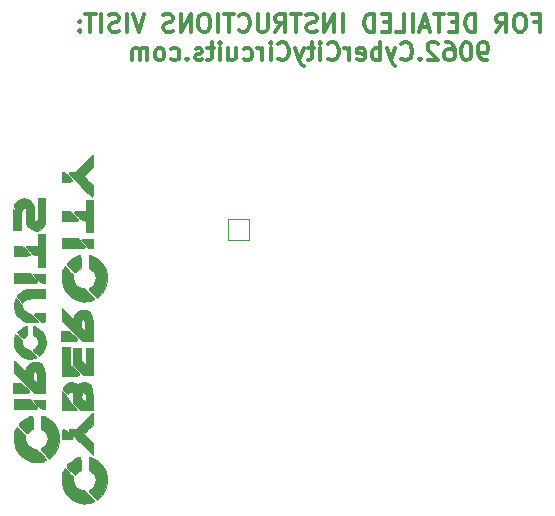
<source format=gbr>
%TF.GenerationSoftware,KiCad,Pcbnew,(5.99.0-8542-g320ca5a0d0)*%
%TF.CreationDate,2021-01-25T09:29:35-05:00*%
%TF.ProjectId,Memory Game,4d656d6f-7279-4204-9761-6d652e6b6963,rev?*%
%TF.SameCoordinates,Original*%
%TF.FileFunction,Legend,Bot*%
%TF.FilePolarity,Positive*%
%FSLAX46Y46*%
G04 Gerber Fmt 4.6, Leading zero omitted, Abs format (unit mm)*
G04 Created by KiCad (PCBNEW (5.99.0-8542-g320ca5a0d0)) date 2021-01-25 09:29:35*
%MOMM*%
%LPD*%
G01*
G04 APERTURE LIST*
G04 Aperture macros list*
%AMRoundRect*
0 Rectangle with rounded corners*
0 $1 Rounding radius*
0 $2 $3 $4 $5 $6 $7 $8 $9 X,Y pos of 4 corners*
0 Add a 4 corners polygon primitive as box body*
4,1,4,$2,$3,$4,$5,$6,$7,$8,$9,$2,$3,0*
0 Add four circle primitives for the rounded corners*
1,1,$1+$1,$2,$3*
1,1,$1+$1,$4,$5*
1,1,$1+$1,$6,$7*
1,1,$1+$1,$8,$9*
0 Add four rect primitives between the rounded corners*
20,1,$1+$1,$2,$3,$4,$5,0*
20,1,$1+$1,$4,$5,$6,$7,0*
20,1,$1+$1,$6,$7,$8,$9,0*
20,1,$1+$1,$8,$9,$2,$3,0*%
G04 Aperture macros list end*
%ADD10C,0.300000*%
%ADD11C,0.010000*%
%ADD12RoundRect,0.050000X0.900000X-0.900000X0.900000X0.900000X-0.900000X0.900000X-0.900000X-0.900000X0*%
%ADD13C,1.900000*%
%ADD14C,2.300000*%
%ADD15RoundRect,0.050000X-0.800000X-0.800000X0.800000X-0.800000X0.800000X0.800000X-0.800000X0.800000X0*%
%ADD16O,1.700000X1.700000*%
%ADD17C,2.100000*%
%ADD18RoundRect,0.050000X-1.000000X-1.000000X1.000000X-1.000000X1.000000X1.000000X-1.000000X1.000000X0*%
%ADD19O,1.800000X1.800000*%
%ADD20RoundRect,0.050000X-0.850000X0.850000X-0.850000X-0.850000X0.850000X-0.850000X0.850000X0.850000X0*%
%ADD21RoundRect,0.050000X0.850000X-0.850000X0.850000X0.850000X-0.850000X0.850000X-0.850000X-0.850000X0*%
%ADD22C,1.700000*%
%ADD23C,3.400000*%
G04 APERTURE END LIST*
D10*
X140000000Y-98685357D02*
X140500000Y-98685357D01*
X140500000Y-99471071D02*
X140500000Y-97971071D01*
X139785714Y-97971071D01*
X138928571Y-97971071D02*
X138642857Y-97971071D01*
X138500000Y-98042500D01*
X138357142Y-98185357D01*
X138285714Y-98471071D01*
X138285714Y-98971071D01*
X138357142Y-99256785D01*
X138500000Y-99399642D01*
X138642857Y-99471071D01*
X138928571Y-99471071D01*
X139071428Y-99399642D01*
X139214285Y-99256785D01*
X139285714Y-98971071D01*
X139285714Y-98471071D01*
X139214285Y-98185357D01*
X139071428Y-98042500D01*
X138928571Y-97971071D01*
X136785714Y-99471071D02*
X137285714Y-98756785D01*
X137642857Y-99471071D02*
X137642857Y-97971071D01*
X137071428Y-97971071D01*
X136928571Y-98042500D01*
X136857142Y-98113928D01*
X136785714Y-98256785D01*
X136785714Y-98471071D01*
X136857142Y-98613928D01*
X136928571Y-98685357D01*
X137071428Y-98756785D01*
X137642857Y-98756785D01*
X135000000Y-99471071D02*
X135000000Y-97971071D01*
X134642857Y-97971071D01*
X134428571Y-98042500D01*
X134285714Y-98185357D01*
X134214285Y-98328214D01*
X134142857Y-98613928D01*
X134142857Y-98828214D01*
X134214285Y-99113928D01*
X134285714Y-99256785D01*
X134428571Y-99399642D01*
X134642857Y-99471071D01*
X135000000Y-99471071D01*
X133500000Y-98685357D02*
X133000000Y-98685357D01*
X132785714Y-99471071D02*
X133500000Y-99471071D01*
X133500000Y-97971071D01*
X132785714Y-97971071D01*
X132357142Y-97971071D02*
X131500000Y-97971071D01*
X131928571Y-99471071D02*
X131928571Y-97971071D01*
X131071428Y-99042500D02*
X130357142Y-99042500D01*
X131214285Y-99471071D02*
X130714285Y-97971071D01*
X130214285Y-99471071D01*
X129714285Y-99471071D02*
X129714285Y-97971071D01*
X128285714Y-99471071D02*
X129000000Y-99471071D01*
X129000000Y-97971071D01*
X127785714Y-98685357D02*
X127285714Y-98685357D01*
X127071428Y-99471071D02*
X127785714Y-99471071D01*
X127785714Y-97971071D01*
X127071428Y-97971071D01*
X126428571Y-99471071D02*
X126428571Y-97971071D01*
X126071428Y-97971071D01*
X125857142Y-98042500D01*
X125714285Y-98185357D01*
X125642857Y-98328214D01*
X125571428Y-98613928D01*
X125571428Y-98828214D01*
X125642857Y-99113928D01*
X125714285Y-99256785D01*
X125857142Y-99399642D01*
X126071428Y-99471071D01*
X126428571Y-99471071D01*
X123785714Y-99471071D02*
X123785714Y-97971071D01*
X123071428Y-99471071D02*
X123071428Y-97971071D01*
X122214285Y-99471071D01*
X122214285Y-97971071D01*
X121571428Y-99399642D02*
X121357142Y-99471071D01*
X121000000Y-99471071D01*
X120857142Y-99399642D01*
X120785714Y-99328214D01*
X120714285Y-99185357D01*
X120714285Y-99042500D01*
X120785714Y-98899642D01*
X120857142Y-98828214D01*
X121000000Y-98756785D01*
X121285714Y-98685357D01*
X121428571Y-98613928D01*
X121500000Y-98542500D01*
X121571428Y-98399642D01*
X121571428Y-98256785D01*
X121500000Y-98113928D01*
X121428571Y-98042500D01*
X121285714Y-97971071D01*
X120928571Y-97971071D01*
X120714285Y-98042500D01*
X120285714Y-97971071D02*
X119428571Y-97971071D01*
X119857142Y-99471071D02*
X119857142Y-97971071D01*
X118071428Y-99471071D02*
X118571428Y-98756785D01*
X118928571Y-99471071D02*
X118928571Y-97971071D01*
X118357142Y-97971071D01*
X118214285Y-98042500D01*
X118142857Y-98113928D01*
X118071428Y-98256785D01*
X118071428Y-98471071D01*
X118142857Y-98613928D01*
X118214285Y-98685357D01*
X118357142Y-98756785D01*
X118928571Y-98756785D01*
X117428571Y-97971071D02*
X117428571Y-99185357D01*
X117357142Y-99328214D01*
X117285714Y-99399642D01*
X117142857Y-99471071D01*
X116857142Y-99471071D01*
X116714285Y-99399642D01*
X116642857Y-99328214D01*
X116571428Y-99185357D01*
X116571428Y-97971071D01*
X115000000Y-99328214D02*
X115071428Y-99399642D01*
X115285714Y-99471071D01*
X115428571Y-99471071D01*
X115642857Y-99399642D01*
X115785714Y-99256785D01*
X115857142Y-99113928D01*
X115928571Y-98828214D01*
X115928571Y-98613928D01*
X115857142Y-98328214D01*
X115785714Y-98185357D01*
X115642857Y-98042500D01*
X115428571Y-97971071D01*
X115285714Y-97971071D01*
X115071428Y-98042500D01*
X115000000Y-98113928D01*
X114571428Y-97971071D02*
X113714285Y-97971071D01*
X114142857Y-99471071D02*
X114142857Y-97971071D01*
X113214285Y-99471071D02*
X113214285Y-97971071D01*
X112214285Y-97971071D02*
X111928571Y-97971071D01*
X111785714Y-98042500D01*
X111642857Y-98185357D01*
X111571428Y-98471071D01*
X111571428Y-98971071D01*
X111642857Y-99256785D01*
X111785714Y-99399642D01*
X111928571Y-99471071D01*
X112214285Y-99471071D01*
X112357142Y-99399642D01*
X112500000Y-99256785D01*
X112571428Y-98971071D01*
X112571428Y-98471071D01*
X112500000Y-98185357D01*
X112357142Y-98042500D01*
X112214285Y-97971071D01*
X110928571Y-99471071D02*
X110928571Y-97971071D01*
X110071428Y-99471071D01*
X110071428Y-97971071D01*
X109428571Y-99399642D02*
X109214285Y-99471071D01*
X108857142Y-99471071D01*
X108714285Y-99399642D01*
X108642857Y-99328214D01*
X108571428Y-99185357D01*
X108571428Y-99042500D01*
X108642857Y-98899642D01*
X108714285Y-98828214D01*
X108857142Y-98756785D01*
X109142857Y-98685357D01*
X109285714Y-98613928D01*
X109357142Y-98542500D01*
X109428571Y-98399642D01*
X109428571Y-98256785D01*
X109357142Y-98113928D01*
X109285714Y-98042500D01*
X109142857Y-97971071D01*
X108785714Y-97971071D01*
X108571428Y-98042500D01*
X107000000Y-97971071D02*
X106500000Y-99471071D01*
X106000000Y-97971071D01*
X105500000Y-99471071D02*
X105500000Y-97971071D01*
X104857142Y-99399642D02*
X104642857Y-99471071D01*
X104285714Y-99471071D01*
X104142857Y-99399642D01*
X104071428Y-99328214D01*
X104000000Y-99185357D01*
X104000000Y-99042500D01*
X104071428Y-98899642D01*
X104142857Y-98828214D01*
X104285714Y-98756785D01*
X104571428Y-98685357D01*
X104714285Y-98613928D01*
X104785714Y-98542500D01*
X104857142Y-98399642D01*
X104857142Y-98256785D01*
X104785714Y-98113928D01*
X104714285Y-98042500D01*
X104571428Y-97971071D01*
X104214285Y-97971071D01*
X104000000Y-98042500D01*
X103357142Y-99471071D02*
X103357142Y-97971071D01*
X102857142Y-97971071D02*
X102000000Y-97971071D01*
X102428571Y-99471071D02*
X102428571Y-97971071D01*
X101500000Y-99328214D02*
X101428571Y-99399642D01*
X101500000Y-99471071D01*
X101571428Y-99399642D01*
X101500000Y-99328214D01*
X101500000Y-99471071D01*
X101500000Y-98542500D02*
X101428571Y-98613928D01*
X101500000Y-98685357D01*
X101571428Y-98613928D01*
X101500000Y-98542500D01*
X101500000Y-98685357D01*
X135964285Y-101886071D02*
X135678571Y-101886071D01*
X135535714Y-101814642D01*
X135464285Y-101743214D01*
X135321428Y-101528928D01*
X135250000Y-101243214D01*
X135250000Y-100671785D01*
X135321428Y-100528928D01*
X135392857Y-100457500D01*
X135535714Y-100386071D01*
X135821428Y-100386071D01*
X135964285Y-100457500D01*
X136035714Y-100528928D01*
X136107142Y-100671785D01*
X136107142Y-101028928D01*
X136035714Y-101171785D01*
X135964285Y-101243214D01*
X135821428Y-101314642D01*
X135535714Y-101314642D01*
X135392857Y-101243214D01*
X135321428Y-101171785D01*
X135250000Y-101028928D01*
X134321428Y-100386071D02*
X134178571Y-100386071D01*
X134035714Y-100457500D01*
X133964285Y-100528928D01*
X133892857Y-100671785D01*
X133821428Y-100957500D01*
X133821428Y-101314642D01*
X133892857Y-101600357D01*
X133964285Y-101743214D01*
X134035714Y-101814642D01*
X134178571Y-101886071D01*
X134321428Y-101886071D01*
X134464285Y-101814642D01*
X134535714Y-101743214D01*
X134607142Y-101600357D01*
X134678571Y-101314642D01*
X134678571Y-100957500D01*
X134607142Y-100671785D01*
X134535714Y-100528928D01*
X134464285Y-100457500D01*
X134321428Y-100386071D01*
X132535714Y-100386071D02*
X132821428Y-100386071D01*
X132964285Y-100457500D01*
X133035714Y-100528928D01*
X133178571Y-100743214D01*
X133250000Y-101028928D01*
X133250000Y-101600357D01*
X133178571Y-101743214D01*
X133107142Y-101814642D01*
X132964285Y-101886071D01*
X132678571Y-101886071D01*
X132535714Y-101814642D01*
X132464285Y-101743214D01*
X132392857Y-101600357D01*
X132392857Y-101243214D01*
X132464285Y-101100357D01*
X132535714Y-101028928D01*
X132678571Y-100957500D01*
X132964285Y-100957500D01*
X133107142Y-101028928D01*
X133178571Y-101100357D01*
X133250000Y-101243214D01*
X131821428Y-100528928D02*
X131750000Y-100457500D01*
X131607142Y-100386071D01*
X131250000Y-100386071D01*
X131107142Y-100457500D01*
X131035714Y-100528928D01*
X130964285Y-100671785D01*
X130964285Y-100814642D01*
X131035714Y-101028928D01*
X131892857Y-101886071D01*
X130964285Y-101886071D01*
X130321428Y-101743214D02*
X130250000Y-101814642D01*
X130321428Y-101886071D01*
X130392857Y-101814642D01*
X130321428Y-101743214D01*
X130321428Y-101886071D01*
X128750000Y-101743214D02*
X128821428Y-101814642D01*
X129035714Y-101886071D01*
X129178571Y-101886071D01*
X129392857Y-101814642D01*
X129535714Y-101671785D01*
X129607142Y-101528928D01*
X129678571Y-101243214D01*
X129678571Y-101028928D01*
X129607142Y-100743214D01*
X129535714Y-100600357D01*
X129392857Y-100457500D01*
X129178571Y-100386071D01*
X129035714Y-100386071D01*
X128821428Y-100457500D01*
X128750000Y-100528928D01*
X128250000Y-100886071D02*
X127892857Y-101886071D01*
X127535714Y-100886071D02*
X127892857Y-101886071D01*
X128035714Y-102243214D01*
X128107142Y-102314642D01*
X128250000Y-102386071D01*
X126964285Y-101886071D02*
X126964285Y-100386071D01*
X126964285Y-100957500D02*
X126821428Y-100886071D01*
X126535714Y-100886071D01*
X126392857Y-100957500D01*
X126321428Y-101028928D01*
X126250000Y-101171785D01*
X126250000Y-101600357D01*
X126321428Y-101743214D01*
X126392857Y-101814642D01*
X126535714Y-101886071D01*
X126821428Y-101886071D01*
X126964285Y-101814642D01*
X125035714Y-101814642D02*
X125178571Y-101886071D01*
X125464285Y-101886071D01*
X125607142Y-101814642D01*
X125678571Y-101671785D01*
X125678571Y-101100357D01*
X125607142Y-100957500D01*
X125464285Y-100886071D01*
X125178571Y-100886071D01*
X125035714Y-100957500D01*
X124964285Y-101100357D01*
X124964285Y-101243214D01*
X125678571Y-101386071D01*
X124321428Y-101886071D02*
X124321428Y-100886071D01*
X124321428Y-101171785D02*
X124250000Y-101028928D01*
X124178571Y-100957500D01*
X124035714Y-100886071D01*
X123892857Y-100886071D01*
X122535714Y-101743214D02*
X122607142Y-101814642D01*
X122821428Y-101886071D01*
X122964285Y-101886071D01*
X123178571Y-101814642D01*
X123321428Y-101671785D01*
X123392857Y-101528928D01*
X123464285Y-101243214D01*
X123464285Y-101028928D01*
X123392857Y-100743214D01*
X123321428Y-100600357D01*
X123178571Y-100457500D01*
X122964285Y-100386071D01*
X122821428Y-100386071D01*
X122607142Y-100457500D01*
X122535714Y-100528928D01*
X121892857Y-101886071D02*
X121892857Y-100886071D01*
X121892857Y-100386071D02*
X121964285Y-100457500D01*
X121892857Y-100528928D01*
X121821428Y-100457500D01*
X121892857Y-100386071D01*
X121892857Y-100528928D01*
X121392857Y-100886071D02*
X120821428Y-100886071D01*
X121178571Y-100386071D02*
X121178571Y-101671785D01*
X121107142Y-101814642D01*
X120964285Y-101886071D01*
X120821428Y-101886071D01*
X120464285Y-100886071D02*
X120107142Y-101886071D01*
X119750000Y-100886071D02*
X120107142Y-101886071D01*
X120250000Y-102243214D01*
X120321428Y-102314642D01*
X120464285Y-102386071D01*
X118321428Y-101743214D02*
X118392857Y-101814642D01*
X118607142Y-101886071D01*
X118750000Y-101886071D01*
X118964285Y-101814642D01*
X119107142Y-101671785D01*
X119178571Y-101528928D01*
X119250000Y-101243214D01*
X119250000Y-101028928D01*
X119178571Y-100743214D01*
X119107142Y-100600357D01*
X118964285Y-100457500D01*
X118750000Y-100386071D01*
X118607142Y-100386071D01*
X118392857Y-100457500D01*
X118321428Y-100528928D01*
X117678571Y-101886071D02*
X117678571Y-100886071D01*
X117678571Y-100386071D02*
X117750000Y-100457500D01*
X117678571Y-100528928D01*
X117607142Y-100457500D01*
X117678571Y-100386071D01*
X117678571Y-100528928D01*
X116964285Y-101886071D02*
X116964285Y-100886071D01*
X116964285Y-101171785D02*
X116892857Y-101028928D01*
X116821428Y-100957500D01*
X116678571Y-100886071D01*
X116535714Y-100886071D01*
X115392857Y-101814642D02*
X115535714Y-101886071D01*
X115821428Y-101886071D01*
X115964285Y-101814642D01*
X116035714Y-101743214D01*
X116107142Y-101600357D01*
X116107142Y-101171785D01*
X116035714Y-101028928D01*
X115964285Y-100957500D01*
X115821428Y-100886071D01*
X115535714Y-100886071D01*
X115392857Y-100957500D01*
X114107142Y-100886071D02*
X114107142Y-101886071D01*
X114750000Y-100886071D02*
X114750000Y-101671785D01*
X114678571Y-101814642D01*
X114535714Y-101886071D01*
X114321428Y-101886071D01*
X114178571Y-101814642D01*
X114107142Y-101743214D01*
X113392857Y-101886071D02*
X113392857Y-100886071D01*
X113392857Y-100386071D02*
X113464285Y-100457500D01*
X113392857Y-100528928D01*
X113321428Y-100457500D01*
X113392857Y-100386071D01*
X113392857Y-100528928D01*
X112892857Y-100886071D02*
X112321428Y-100886071D01*
X112678571Y-100386071D02*
X112678571Y-101671785D01*
X112607142Y-101814642D01*
X112464285Y-101886071D01*
X112321428Y-101886071D01*
X111892857Y-101814642D02*
X111750000Y-101886071D01*
X111464285Y-101886071D01*
X111321428Y-101814642D01*
X111250000Y-101671785D01*
X111250000Y-101600357D01*
X111321428Y-101457500D01*
X111464285Y-101386071D01*
X111678571Y-101386071D01*
X111821428Y-101314642D01*
X111892857Y-101171785D01*
X111892857Y-101100357D01*
X111821428Y-100957500D01*
X111678571Y-100886071D01*
X111464285Y-100886071D01*
X111321428Y-100957500D01*
X110607142Y-101743214D02*
X110535714Y-101814642D01*
X110607142Y-101886071D01*
X110678571Y-101814642D01*
X110607142Y-101743214D01*
X110607142Y-101886071D01*
X109250000Y-101814642D02*
X109392857Y-101886071D01*
X109678571Y-101886071D01*
X109821428Y-101814642D01*
X109892857Y-101743214D01*
X109964285Y-101600357D01*
X109964285Y-101171785D01*
X109892857Y-101028928D01*
X109821428Y-100957500D01*
X109678571Y-100886071D01*
X109392857Y-100886071D01*
X109250000Y-100957500D01*
X108392857Y-101886071D02*
X108535714Y-101814642D01*
X108607142Y-101743214D01*
X108678571Y-101600357D01*
X108678571Y-101171785D01*
X108607142Y-101028928D01*
X108535714Y-100957500D01*
X108392857Y-100886071D01*
X108178571Y-100886071D01*
X108035714Y-100957500D01*
X107964285Y-101028928D01*
X107892857Y-101171785D01*
X107892857Y-101600357D01*
X107964285Y-101743214D01*
X108035714Y-101814642D01*
X108178571Y-101886071D01*
X108392857Y-101886071D01*
X107250000Y-101886071D02*
X107250000Y-100886071D01*
X107250000Y-101028928D02*
X107178571Y-100957500D01*
X107035714Y-100886071D01*
X106821428Y-100886071D01*
X106678571Y-100957500D01*
X106607142Y-101100357D01*
X106607142Y-101886071D01*
X106607142Y-101100357D02*
X106535714Y-100957500D01*
X106392857Y-100886071D01*
X106178571Y-100886071D01*
X106035714Y-100957500D01*
X105964285Y-101100357D01*
X105964285Y-101886071D01*
D11*
%TO.C,G\u002A\u002A\u002A*%
X102229848Y-133887750D02*
X101850361Y-133505333D01*
X101850361Y-133505333D02*
X102229848Y-133122917D01*
X102229848Y-133122917D02*
X102609334Y-132740500D01*
X102609334Y-132740500D02*
X102609334Y-131729027D01*
X102609334Y-131729027D02*
X101917074Y-132419625D01*
X101917074Y-132419625D02*
X101224815Y-133110222D01*
X101224815Y-133110222D02*
X100901074Y-133110222D01*
X100901074Y-133110222D02*
X100714896Y-133115630D01*
X100714896Y-133115630D02*
X100616223Y-133136988D01*
X100616223Y-133136988D02*
X100579976Y-133181993D01*
X100579976Y-133181993D02*
X100577334Y-133209588D01*
X100577334Y-133209588D02*
X100615910Y-133275194D01*
X100615910Y-133275194D02*
X100724455Y-133407881D01*
X100724455Y-133407881D02*
X100892195Y-133595831D01*
X100892195Y-133595831D02*
X101108355Y-133827230D01*
X101108355Y-133827230D02*
X101362162Y-134090261D01*
X101362162Y-134090261D02*
X101593334Y-134323777D01*
X101593334Y-134323777D02*
X102609334Y-135338601D01*
X102609334Y-135338601D02*
X102609334Y-134270166D01*
X102609334Y-134270166D02*
X102229848Y-133887750D01*
X102229848Y-133887750D02*
X102229848Y-133887750D01*
G36*
X102609334Y-132740500D02*
G01*
X102229848Y-133122917D01*
X101850361Y-133505333D01*
X102229848Y-133887750D01*
X102609334Y-134270166D01*
X102609334Y-135338601D01*
X101593334Y-134323777D01*
X101362162Y-134090261D01*
X101108355Y-133827230D01*
X100892195Y-133595831D01*
X100724455Y-133407881D01*
X100615910Y-133275194D01*
X100577334Y-133209588D01*
X100579976Y-133181993D01*
X100616223Y-133136988D01*
X100714896Y-133115630D01*
X100901074Y-133110222D01*
X101224815Y-133110222D01*
X101917074Y-132419625D01*
X102609334Y-131729027D01*
X102609334Y-132740500D01*
G37*
X102609334Y-132740500D02*
X102229848Y-133122917D01*
X101850361Y-133505333D01*
X102229848Y-133887750D01*
X102609334Y-134270166D01*
X102609334Y-135338601D01*
X101593334Y-134323777D01*
X101362162Y-134090261D01*
X101108355Y-133827230D01*
X100892195Y-133595831D01*
X100724455Y-133407881D01*
X100615910Y-133275194D01*
X100577334Y-133209588D01*
X100579976Y-133181993D01*
X100616223Y-133136988D01*
X100714896Y-133115630D01*
X100901074Y-133110222D01*
X101224815Y-133110222D01*
X101917074Y-132419625D01*
X102609334Y-131729027D01*
X102609334Y-132740500D01*
X102044889Y-113693333D02*
X102044889Y-114652889D01*
X102044889Y-114652889D02*
X101536889Y-114652889D01*
X101536889Y-114652889D02*
X101277763Y-114657602D01*
X101277763Y-114657602D02*
X101116989Y-114673088D01*
X101116989Y-114673088D02*
X101040371Y-114701369D01*
X101040371Y-114701369D02*
X101028889Y-114725211D01*
X101028889Y-114725211D02*
X101066878Y-114796382D01*
X101066878Y-114796382D02*
X101167707Y-114920811D01*
X101167707Y-114920811D02*
X101311671Y-115074750D01*
X101311671Y-115074750D02*
X101353445Y-115116390D01*
X101353445Y-115116390D02*
X101579939Y-115318055D01*
X101579939Y-115318055D02*
X101757536Y-115428280D01*
X101757536Y-115428280D02*
X101847334Y-115453290D01*
X101847334Y-115453290D02*
X102016667Y-115471333D01*
X102016667Y-115471333D02*
X102032976Y-115965222D01*
X102032976Y-115965222D02*
X102049284Y-116459111D01*
X102049284Y-116459111D02*
X102665778Y-116459111D01*
X102665778Y-116459111D02*
X102665778Y-113693333D01*
X102665778Y-113693333D02*
X102044889Y-113693333D01*
X102044889Y-113693333D02*
X102044889Y-113693333D01*
G36*
X102665778Y-116459111D02*
G01*
X102049284Y-116459111D01*
X102032976Y-115965222D01*
X102016667Y-115471333D01*
X101847334Y-115453290D01*
X101757536Y-115428280D01*
X101579939Y-115318055D01*
X101353445Y-115116390D01*
X101311671Y-115074750D01*
X101167707Y-114920811D01*
X101066878Y-114796382D01*
X101028889Y-114725211D01*
X101040371Y-114701369D01*
X101116989Y-114673088D01*
X101277763Y-114657602D01*
X101536889Y-114652889D01*
X102044889Y-114652889D01*
X102044889Y-113693333D01*
X102665778Y-113693333D01*
X102665778Y-116459111D01*
G37*
X102665778Y-116459111D02*
X102049284Y-116459111D01*
X102032976Y-115965222D01*
X102016667Y-115471333D01*
X101847334Y-115453290D01*
X101757536Y-115428280D01*
X101579939Y-115318055D01*
X101353445Y-115116390D01*
X101311671Y-115074750D01*
X101167707Y-114920811D01*
X101066878Y-114796382D01*
X101028889Y-114725211D01*
X101040371Y-114701369D01*
X101116989Y-114673088D01*
X101277763Y-114657602D01*
X101536889Y-114652889D01*
X102044889Y-114652889D01*
X102044889Y-113693333D01*
X102665778Y-113693333D01*
X102665778Y-116459111D01*
X101217618Y-131396532D02*
X101118257Y-131271161D01*
X101118257Y-131271161D02*
X100974264Y-131109122D01*
X100974264Y-131109122D02*
X100887778Y-131017674D01*
X100887778Y-131017674D02*
X100726692Y-130839923D01*
X100726692Y-130839923D02*
X100601611Y-130681165D01*
X100601611Y-130681165D02*
X100530542Y-130565287D01*
X100530542Y-130565287D02*
X100520889Y-130531018D01*
X100520889Y-130531018D02*
X100482525Y-130437194D01*
X100482525Y-130437194D02*
X100382786Y-130300677D01*
X100382786Y-130300677D02*
X100266889Y-130175111D01*
X100266889Y-130175111D02*
X100012889Y-129925829D01*
X100012889Y-129925829D02*
X100012889Y-131529777D01*
X100012889Y-131529777D02*
X100633778Y-131529777D01*
X100633778Y-131529777D02*
X100936116Y-131525250D01*
X100936116Y-131525250D02*
X101134130Y-131511083D01*
X101134130Y-131511083D02*
X101236048Y-131486402D01*
X101236048Y-131486402D02*
X101254667Y-131463741D01*
X101254667Y-131463741D02*
X101217618Y-131396532D01*
X101217618Y-131396532D02*
X101217618Y-131396532D01*
G36*
X100266889Y-130175111D02*
G01*
X100382786Y-130300677D01*
X100482525Y-130437194D01*
X100520889Y-130531018D01*
X100530542Y-130565287D01*
X100601611Y-130681165D01*
X100726692Y-130839923D01*
X100887778Y-131017674D01*
X100974264Y-131109122D01*
X101118257Y-131271161D01*
X101217618Y-131396532D01*
X101254667Y-131463741D01*
X101236048Y-131486402D01*
X101134130Y-131511083D01*
X100936116Y-131525250D01*
X100633778Y-131529777D01*
X100012889Y-131529777D01*
X100012889Y-129925829D01*
X100266889Y-130175111D01*
G37*
X100266889Y-130175111D02*
X100382786Y-130300677D01*
X100482525Y-130437194D01*
X100520889Y-130531018D01*
X100530542Y-130565287D01*
X100601611Y-130681165D01*
X100726692Y-130839923D01*
X100887778Y-131017674D01*
X100974264Y-131109122D01*
X101118257Y-131271161D01*
X101217618Y-131396532D01*
X101254667Y-131463741D01*
X101236048Y-131486402D01*
X101134130Y-131511083D01*
X100936116Y-131525250D01*
X100633778Y-131529777D01*
X100012889Y-131529777D01*
X100012889Y-129925829D01*
X100266889Y-130175111D01*
X101272187Y-125469448D02*
X101168831Y-125334315D01*
X101168831Y-125334315D02*
X101021165Y-125175327D01*
X101021165Y-125175327D02*
X100976635Y-125131925D01*
X100976635Y-125131925D02*
X100808704Y-124974838D01*
X100808704Y-124974838D02*
X100688445Y-124880230D01*
X100688445Y-124880230D02*
X100582228Y-124832263D01*
X100582228Y-124832263D02*
X100456426Y-124815096D01*
X100456426Y-124815096D02*
X100299302Y-124812889D01*
X100299302Y-124812889D02*
X99956445Y-124812889D01*
X99956445Y-124812889D02*
X99956445Y-125659555D01*
X99956445Y-125659555D02*
X100633778Y-125659555D01*
X100633778Y-125659555D02*
X100920475Y-125658214D01*
X100920475Y-125658214D02*
X101112845Y-125652287D01*
X101112845Y-125652287D02*
X101229436Y-125638917D01*
X101229436Y-125638917D02*
X101288798Y-125615249D01*
X101288798Y-125615249D02*
X101309478Y-125578426D01*
X101309478Y-125578426D02*
X101311112Y-125555258D01*
X101311112Y-125555258D02*
X101272187Y-125469448D01*
X101272187Y-125469448D02*
X101272187Y-125469448D01*
G36*
X100456426Y-124815096D02*
G01*
X100582228Y-124832263D01*
X100688445Y-124880230D01*
X100808704Y-124974838D01*
X100976635Y-125131925D01*
X101021165Y-125175327D01*
X101168831Y-125334315D01*
X101272187Y-125469448D01*
X101311112Y-125555258D01*
X101309478Y-125578426D01*
X101288798Y-125615249D01*
X101229436Y-125638917D01*
X101112845Y-125652287D01*
X100920475Y-125658214D01*
X100633778Y-125659555D01*
X99956445Y-125659555D01*
X99956445Y-124812889D01*
X100299302Y-124812889D01*
X100456426Y-124815096D01*
G37*
X100456426Y-124815096D02*
X100582228Y-124832263D01*
X100688445Y-124880230D01*
X100808704Y-124974838D01*
X100976635Y-125131925D01*
X101021165Y-125175327D01*
X101168831Y-125334315D01*
X101272187Y-125469448D01*
X101311112Y-125555258D01*
X101309478Y-125578426D01*
X101288798Y-125615249D01*
X101229436Y-125638917D01*
X101112845Y-125652287D01*
X100920475Y-125658214D01*
X100633778Y-125659555D01*
X99956445Y-125659555D01*
X99956445Y-124812889D01*
X100299302Y-124812889D01*
X100456426Y-124815096D01*
X96202889Y-114765777D02*
X95892445Y-114459189D01*
X95892445Y-114459189D02*
X95892445Y-116289777D01*
X95892445Y-116289777D02*
X96513334Y-116289777D01*
X96513334Y-116289777D02*
X96513334Y-115072366D01*
X96513334Y-115072366D02*
X96202889Y-114765777D01*
X96202889Y-114765777D02*
X96202889Y-114765777D01*
G36*
X96202889Y-114765777D02*
G01*
X96513334Y-115072366D01*
X96513334Y-116289777D01*
X95892445Y-116289777D01*
X95892445Y-114459189D01*
X96202889Y-114765777D01*
G37*
X96202889Y-114765777D02*
X96513334Y-115072366D01*
X96513334Y-116289777D01*
X95892445Y-116289777D01*
X95892445Y-114459189D01*
X96202889Y-114765777D01*
X100874489Y-133758764D02*
X100766649Y-133618911D01*
X100766649Y-133618911D02*
X100617522Y-133460810D01*
X100617522Y-133460810D02*
X100452152Y-133308484D01*
X100452152Y-133308484D02*
X100295581Y-133185957D01*
X100295581Y-133185957D02*
X100172851Y-133117254D01*
X100172851Y-133117254D02*
X100138253Y-133110222D01*
X100138253Y-133110222D02*
X100074379Y-133117704D01*
X100074379Y-133117704D02*
X100036924Y-133155922D01*
X100036924Y-133155922D02*
X100018881Y-133248534D01*
X100018881Y-133248534D02*
X100013245Y-133419198D01*
X100013245Y-133419198D02*
X100012889Y-133533555D01*
X100012889Y-133533555D02*
X100012889Y-133956889D01*
X100012889Y-133956889D02*
X100464445Y-133956889D01*
X100464445Y-133956889D02*
X100690985Y-133953989D01*
X100690985Y-133953989D02*
X100826876Y-133942002D01*
X100826876Y-133942002D02*
X100894283Y-133915990D01*
X100894283Y-133915990D02*
X100915369Y-133871020D01*
X100915369Y-133871020D02*
X100916000Y-133856344D01*
X100916000Y-133856344D02*
X100874489Y-133758764D01*
X100874489Y-133758764D02*
X100874489Y-133758764D01*
G36*
X100172851Y-133117254D02*
G01*
X100295581Y-133185957D01*
X100452152Y-133308484D01*
X100617522Y-133460810D01*
X100766649Y-133618911D01*
X100874489Y-133758764D01*
X100916000Y-133856344D01*
X100915369Y-133871020D01*
X100894283Y-133915990D01*
X100826876Y-133942002D01*
X100690985Y-133953989D01*
X100464445Y-133956889D01*
X100012889Y-133956889D01*
X100012889Y-133533555D01*
X100013245Y-133419198D01*
X100018881Y-133248534D01*
X100036924Y-133155922D01*
X100074379Y-133117704D01*
X100138253Y-133110222D01*
X100172851Y-133117254D01*
G37*
X100172851Y-133117254D02*
X100295581Y-133185957D01*
X100452152Y-133308484D01*
X100617522Y-133460810D01*
X100766649Y-133618911D01*
X100874489Y-133758764D01*
X100916000Y-133856344D01*
X100915369Y-133871020D01*
X100894283Y-133915990D01*
X100826876Y-133942002D01*
X100690985Y-133953989D01*
X100464445Y-133956889D01*
X100012889Y-133956889D01*
X100012889Y-133533555D01*
X100013245Y-133419198D01*
X100018881Y-133248534D01*
X100036924Y-133155922D01*
X100074379Y-133117704D01*
X100138253Y-133110222D01*
X100172851Y-133117254D01*
X102044889Y-126224000D02*
X102044889Y-126929555D01*
X102044889Y-126929555D02*
X102042548Y-127196839D01*
X102042548Y-127196839D02*
X102036155Y-127417666D01*
X102036155Y-127417666D02*
X102026657Y-127570663D01*
X102026657Y-127570663D02*
X102015000Y-127634457D01*
X102015000Y-127634457D02*
X102013651Y-127635111D01*
X102013651Y-127635111D02*
X101954428Y-127602994D01*
X101954428Y-127602994D02*
X101841966Y-127522105D01*
X101841966Y-127522105D02*
X101787875Y-127479889D01*
X101787875Y-127479889D02*
X101593337Y-127324666D01*
X101593337Y-127324666D02*
X101593335Y-126774333D01*
X101593335Y-126774333D02*
X101593334Y-126224000D01*
X101593334Y-126224000D02*
X100972445Y-126224000D01*
X100972445Y-126224000D02*
X100972445Y-127722603D01*
X100972445Y-127722603D02*
X101382995Y-128130412D01*
X101382995Y-128130412D02*
X101793544Y-128538222D01*
X101793544Y-128538222D02*
X102665778Y-128538222D01*
X102665778Y-128538222D02*
X102665778Y-126224000D01*
X102665778Y-126224000D02*
X102044889Y-126224000D01*
X102044889Y-126224000D02*
X102044889Y-126224000D01*
G36*
X101593335Y-126774333D02*
G01*
X101593337Y-127324666D01*
X101787875Y-127479889D01*
X101841966Y-127522105D01*
X101954428Y-127602994D01*
X102013651Y-127635111D01*
X102015000Y-127634457D01*
X102026657Y-127570663D01*
X102036155Y-127417666D01*
X102042548Y-127196839D01*
X102044889Y-126929555D01*
X102044889Y-126224000D01*
X102665778Y-126224000D01*
X102665778Y-128538222D01*
X101793544Y-128538222D01*
X101382995Y-128130412D01*
X100972445Y-127722603D01*
X100972445Y-126224000D01*
X101593334Y-126224000D01*
X101593335Y-126774333D01*
G37*
X101593335Y-126774333D02*
X101593337Y-127324666D01*
X101787875Y-127479889D01*
X101841966Y-127522105D01*
X101954428Y-127602994D01*
X102013651Y-127635111D01*
X102015000Y-127634457D01*
X102026657Y-127570663D01*
X102036155Y-127417666D01*
X102042548Y-127196839D01*
X102044889Y-126929555D01*
X102044889Y-126224000D01*
X102665778Y-126224000D01*
X102665778Y-128538222D01*
X101793544Y-128538222D01*
X101382995Y-128130412D01*
X100972445Y-127722603D01*
X100972445Y-126224000D01*
X101593334Y-126224000D01*
X101593335Y-126774333D01*
X103836724Y-120082405D02*
X103742594Y-119669029D01*
X103742594Y-119669029D02*
X103564830Y-119283662D01*
X103564830Y-119283662D02*
X103306450Y-118942400D01*
X103306450Y-118942400D02*
X102970473Y-118661341D01*
X102970473Y-118661341D02*
X102722223Y-118523311D01*
X102722223Y-118523311D02*
X102545138Y-118446202D01*
X102545138Y-118446202D02*
X102403928Y-118393730D01*
X102403928Y-118393730D02*
X102341223Y-118378773D01*
X102341223Y-118378773D02*
X102306242Y-118412938D01*
X102306242Y-118412938D02*
X102284121Y-118524727D01*
X102284121Y-118524727D02*
X102273213Y-118727101D01*
X102273213Y-118727101D02*
X102271366Y-118928555D01*
X102271366Y-118928555D02*
X102272065Y-119478889D01*
X102272065Y-119478889D02*
X102470826Y-119607656D01*
X102470826Y-119607656D02*
X102704978Y-119817033D01*
X102704978Y-119817033D02*
X102843974Y-120066512D01*
X102843974Y-120066512D02*
X102888046Y-120335824D01*
X102888046Y-120335824D02*
X102837426Y-120604697D01*
X102837426Y-120604697D02*
X102692347Y-120852863D01*
X102692347Y-120852863D02*
X102454180Y-121059333D01*
X102454180Y-121059333D02*
X102336826Y-121147077D01*
X102336826Y-121147077D02*
X102275364Y-121219880D01*
X102275364Y-121219880D02*
X102272841Y-121230297D01*
X102272841Y-121230297D02*
X102309744Y-121293083D01*
X102309744Y-121293083D02*
X102410453Y-121412829D01*
X102410453Y-121412829D02*
X102556899Y-121568777D01*
X102556899Y-121568777D02*
X102641411Y-121653630D01*
X102641411Y-121653630D02*
X103012156Y-122018889D01*
X103012156Y-122018889D02*
X103316567Y-121694041D01*
X103316567Y-121694041D02*
X103587143Y-121329607D01*
X103587143Y-121329607D02*
X103762016Y-120928791D01*
X103762016Y-120928791D02*
X103844204Y-120507691D01*
X103844204Y-120507691D02*
X103836724Y-120082405D01*
X103836724Y-120082405D02*
X103836724Y-120082405D01*
G36*
X102403928Y-118393730D02*
G01*
X102545138Y-118446202D01*
X102722223Y-118523311D01*
X102970473Y-118661341D01*
X103306450Y-118942400D01*
X103564830Y-119283662D01*
X103742594Y-119669029D01*
X103836724Y-120082405D01*
X103844204Y-120507691D01*
X103762016Y-120928791D01*
X103587143Y-121329607D01*
X103316567Y-121694041D01*
X103012156Y-122018889D01*
X102641411Y-121653630D01*
X102556899Y-121568777D01*
X102410453Y-121412829D01*
X102309744Y-121293083D01*
X102272841Y-121230297D01*
X102275364Y-121219880D01*
X102336826Y-121147077D01*
X102454180Y-121059333D01*
X102692347Y-120852863D01*
X102837426Y-120604697D01*
X102888046Y-120335824D01*
X102843974Y-120066512D01*
X102704978Y-119817033D01*
X102470826Y-119607656D01*
X102272065Y-119478889D01*
X102271366Y-118928555D01*
X102273213Y-118727101D01*
X102284121Y-118524727D01*
X102306242Y-118412938D01*
X102341223Y-118378773D01*
X102403928Y-118393730D01*
G37*
X102403928Y-118393730D02*
X102545138Y-118446202D01*
X102722223Y-118523311D01*
X102970473Y-118661341D01*
X103306450Y-118942400D01*
X103564830Y-119283662D01*
X103742594Y-119669029D01*
X103836724Y-120082405D01*
X103844204Y-120507691D01*
X103762016Y-120928791D01*
X103587143Y-121329607D01*
X103316567Y-121694041D01*
X103012156Y-122018889D01*
X102641411Y-121653630D01*
X102556899Y-121568777D01*
X102410453Y-121412829D01*
X102309744Y-121293083D01*
X102272841Y-121230297D01*
X102275364Y-121219880D01*
X102336826Y-121147077D01*
X102454180Y-121059333D01*
X102692347Y-120852863D01*
X102837426Y-120604697D01*
X102888046Y-120335824D01*
X102843974Y-120066512D01*
X102704978Y-119817033D01*
X102470826Y-119607656D01*
X102272065Y-119478889D01*
X102271366Y-118928555D01*
X102273213Y-118727101D01*
X102284121Y-118524727D01*
X102306242Y-118412938D01*
X102341223Y-118378773D01*
X102403928Y-118393730D01*
X98065556Y-119958666D02*
X97810132Y-119965564D01*
X97810132Y-119965564D02*
X97647023Y-119985435D01*
X97647023Y-119985435D02*
X97585982Y-120017048D01*
X97585982Y-120017048D02*
X97585778Y-120019301D01*
X97585778Y-120019301D02*
X97622432Y-120085862D01*
X97622432Y-120085862D02*
X97719853Y-120209193D01*
X97719853Y-120209193D02*
X97859227Y-120365996D01*
X97859227Y-120365996D02*
X97904815Y-120414412D01*
X97904815Y-120414412D02*
X98088961Y-120595965D01*
X98088961Y-120595965D02*
X98227111Y-120701358D01*
X98227111Y-120701358D02*
X98340304Y-120745258D01*
X98340304Y-120745258D02*
X98384592Y-120748889D01*
X98384592Y-120748889D02*
X98545334Y-120748889D01*
X98545334Y-120748889D02*
X98545334Y-119958666D01*
X98545334Y-119958666D02*
X98065556Y-119958666D01*
X98065556Y-119958666D02*
X98065556Y-119958666D01*
G36*
X98545334Y-120748889D02*
G01*
X98384592Y-120748889D01*
X98340304Y-120745258D01*
X98227111Y-120701358D01*
X98088961Y-120595965D01*
X97904815Y-120414412D01*
X97859227Y-120365996D01*
X97719853Y-120209193D01*
X97622432Y-120085862D01*
X97585778Y-120019301D01*
X97585982Y-120017048D01*
X97647023Y-119985435D01*
X97810132Y-119965564D01*
X98065556Y-119958666D01*
X98545334Y-119958666D01*
X98545334Y-120748889D01*
G37*
X98545334Y-120748889D02*
X98384592Y-120748889D01*
X98340304Y-120745258D01*
X98227111Y-120701358D01*
X98088961Y-120595965D01*
X97904815Y-120414412D01*
X97859227Y-120365996D01*
X97719853Y-120209193D01*
X97622432Y-120085862D01*
X97585778Y-120019301D01*
X97585982Y-120017048D01*
X97647023Y-119985435D01*
X97810132Y-119965564D01*
X98065556Y-119958666D01*
X98545334Y-119958666D01*
X98545334Y-120748889D01*
X102608094Y-124657666D02*
X102606051Y-124282042D01*
X102606051Y-124282042D02*
X102599879Y-124000007D01*
X102599879Y-124000007D02*
X102587924Y-123792292D01*
X102587924Y-123792292D02*
X102568534Y-123639625D01*
X102568534Y-123639625D02*
X102540053Y-123522734D01*
X102540053Y-123522734D02*
X102502366Y-123425718D01*
X102502366Y-123425718D02*
X102349629Y-123214457D01*
X102349629Y-123214457D02*
X102131817Y-123075542D01*
X102131817Y-123075542D02*
X101874984Y-123014692D01*
X101874984Y-123014692D02*
X101605185Y-123037626D01*
X101605185Y-123037626D02*
X101348474Y-123150062D01*
X101348474Y-123150062D02*
X101323722Y-123167021D01*
X101323722Y-123167021D02*
X101214384Y-123261956D01*
X101214384Y-123261956D02*
X101129788Y-123385799D01*
X101129788Y-123385799D02*
X101051016Y-123570567D01*
X101051016Y-123570567D02*
X101003667Y-123708697D01*
X101003667Y-123708697D02*
X100978341Y-123745338D01*
X100978341Y-123745338D02*
X100929658Y-123738574D01*
X100929658Y-123738574D02*
X100844349Y-123678953D01*
X100844349Y-123678953D02*
X100709148Y-123557026D01*
X100709148Y-123557026D02*
X100510787Y-123363340D01*
X100510787Y-123363340D02*
X100490376Y-123343054D01*
X100490376Y-123343054D02*
X100012889Y-122868048D01*
X100012889Y-122868048D02*
X100012889Y-123995856D01*
X100012889Y-123995856D02*
X100846128Y-124827705D01*
X100846128Y-124827705D02*
X101679367Y-125659555D01*
X101679367Y-125659555D02*
X101932000Y-125659555D01*
X101932000Y-125659555D02*
X101932000Y-124834009D01*
X101932000Y-124834009D02*
X101762667Y-124671777D01*
X101762667Y-124671777D02*
X101659215Y-124555738D01*
X101659215Y-124555738D02*
X101608854Y-124435754D01*
X101608854Y-124435754D02*
X101593713Y-124263269D01*
X101593713Y-124263269D02*
X101593334Y-124211648D01*
X101593334Y-124211648D02*
X101602606Y-124022567D01*
X101602606Y-124022567D02*
X101636876Y-123913741D01*
X101636876Y-123913741D02*
X101702512Y-123855319D01*
X101702512Y-123855319D02*
X101804902Y-123809364D01*
X101804902Y-123809364D02*
X101871429Y-123813178D01*
X101871429Y-123813178D02*
X101909706Y-123882023D01*
X101909706Y-123882023D02*
X101927346Y-124031163D01*
X101927346Y-124031163D02*
X101931960Y-124275860D01*
X101931960Y-124275860D02*
X101932000Y-124315449D01*
X101932000Y-124315449D02*
X101932000Y-124834009D01*
X101932000Y-124834009D02*
X101932000Y-125659555D01*
X101932000Y-125659555D02*
X102609334Y-125659555D01*
X102609334Y-125659555D02*
X102608094Y-124657666D01*
X102608094Y-124657666D02*
X102608094Y-124657666D01*
G36*
X100846128Y-124827705D02*
G01*
X100229042Y-124211648D01*
X101593334Y-124211648D01*
X101593713Y-124263269D01*
X101608854Y-124435754D01*
X101659215Y-124555738D01*
X101762667Y-124671777D01*
X101932000Y-124834009D01*
X101932000Y-124315449D01*
X101931960Y-124275860D01*
X101927346Y-124031163D01*
X101909706Y-123882023D01*
X101871429Y-123813178D01*
X101804902Y-123809364D01*
X101702512Y-123855319D01*
X101636876Y-123913741D01*
X101602606Y-124022567D01*
X101593334Y-124211648D01*
X100229042Y-124211648D01*
X100012889Y-123995856D01*
X100012889Y-122868048D01*
X100490376Y-123343054D01*
X100510787Y-123363340D01*
X100709148Y-123557026D01*
X100844349Y-123678953D01*
X100929658Y-123738574D01*
X100978341Y-123745338D01*
X101003667Y-123708697D01*
X101051016Y-123570567D01*
X101129788Y-123385799D01*
X101214384Y-123261956D01*
X101323722Y-123167021D01*
X101348474Y-123150062D01*
X101605185Y-123037626D01*
X101874984Y-123014692D01*
X102131817Y-123075542D01*
X102349629Y-123214457D01*
X102502366Y-123425718D01*
X102540053Y-123522734D01*
X102568534Y-123639625D01*
X102587924Y-123792292D01*
X102599879Y-124000007D01*
X102606051Y-124282042D01*
X102608094Y-124657666D01*
X102609334Y-125659555D01*
X101679367Y-125659555D01*
X100846128Y-124827705D01*
G37*
X100846128Y-124827705D02*
X100229042Y-124211648D01*
X101593334Y-124211648D01*
X101593713Y-124263269D01*
X101608854Y-124435754D01*
X101659215Y-124555738D01*
X101762667Y-124671777D01*
X101932000Y-124834009D01*
X101932000Y-124315449D01*
X101931960Y-124275860D01*
X101927346Y-124031163D01*
X101909706Y-123882023D01*
X101871429Y-123813178D01*
X101804902Y-123809364D01*
X101702512Y-123855319D01*
X101636876Y-123913741D01*
X101602606Y-124022567D01*
X101593334Y-124211648D01*
X100229042Y-124211648D01*
X100012889Y-123995856D01*
X100012889Y-122868048D01*
X100490376Y-123343054D01*
X100510787Y-123363340D01*
X100709148Y-123557026D01*
X100844349Y-123678953D01*
X100929658Y-123738574D01*
X100978341Y-123745338D01*
X101003667Y-123708697D01*
X101051016Y-123570567D01*
X101129788Y-123385799D01*
X101214384Y-123261956D01*
X101323722Y-123167021D01*
X101348474Y-123150062D01*
X101605185Y-123037626D01*
X101874984Y-123014692D01*
X102131817Y-123075542D01*
X102349629Y-123214457D01*
X102502366Y-123425718D01*
X102540053Y-123522734D01*
X102568534Y-123639625D01*
X102587924Y-123792292D01*
X102599879Y-124000007D01*
X102606051Y-124282042D01*
X102608094Y-124657666D01*
X102609334Y-125659555D01*
X101679367Y-125659555D01*
X100846128Y-124827705D01*
X98093778Y-123288889D02*
X97850615Y-123294555D01*
X97850615Y-123294555D02*
X97705942Y-123313040D01*
X97705942Y-123313040D02*
X97645857Y-123346570D01*
X97645857Y-123346570D02*
X97642223Y-123361211D01*
X97642223Y-123361211D02*
X97680086Y-123432396D01*
X97680086Y-123432396D02*
X97780644Y-123557237D01*
X97780644Y-123557237D02*
X97924350Y-123712055D01*
X97924350Y-123712055D02*
X97968415Y-123756322D01*
X97968415Y-123756322D02*
X98163142Y-123932750D01*
X98163142Y-123932750D02*
X98322036Y-124044434D01*
X98322036Y-124044434D02*
X98419971Y-124079111D01*
X98419971Y-124079111D02*
X98485598Y-124071037D01*
X98485598Y-124071037D02*
X98523174Y-124030518D01*
X98523174Y-124030518D02*
X98540454Y-123933105D01*
X98540454Y-123933105D02*
X98545196Y-123754351D01*
X98545196Y-123754351D02*
X98545334Y-123684000D01*
X98545334Y-123684000D02*
X98545334Y-123288889D01*
X98545334Y-123288889D02*
X98093778Y-123288889D01*
X98093778Y-123288889D02*
X98093778Y-123288889D01*
G36*
X98545334Y-123684000D02*
G01*
X98545196Y-123754351D01*
X98540454Y-123933105D01*
X98523174Y-124030518D01*
X98485598Y-124071037D01*
X98419971Y-124079111D01*
X98322036Y-124044434D01*
X98163142Y-123932750D01*
X97968415Y-123756322D01*
X97924350Y-123712055D01*
X97780644Y-123557237D01*
X97680086Y-123432396D01*
X97642223Y-123361211D01*
X97645857Y-123346570D01*
X97705942Y-123313040D01*
X97850615Y-123294555D01*
X98093778Y-123288889D01*
X98545334Y-123288889D01*
X98545334Y-123684000D01*
G37*
X98545334Y-123684000D02*
X98545196Y-123754351D01*
X98540454Y-123933105D01*
X98523174Y-124030518D01*
X98485598Y-124071037D01*
X98419971Y-124079111D01*
X98322036Y-124044434D01*
X98163142Y-123932750D01*
X97968415Y-123756322D01*
X97924350Y-123712055D01*
X97780644Y-123557237D01*
X97680086Y-123432396D01*
X97642223Y-123361211D01*
X97645857Y-123346570D01*
X97705942Y-123313040D01*
X97850615Y-123294555D01*
X98093778Y-123288889D01*
X98545334Y-123288889D01*
X98545334Y-123684000D01*
X98629927Y-125625585D02*
X98599978Y-125432372D01*
X98599978Y-125432372D02*
X98560428Y-125257975D01*
X98560428Y-125257975D02*
X98517295Y-125134970D01*
X98517295Y-125134970D02*
X98481177Y-125095111D01*
X98481177Y-125095111D02*
X98436242Y-125050155D01*
X98436242Y-125050155D02*
X98432445Y-125021899D01*
X98432445Y-125021899D02*
X98387012Y-124927751D01*
X98387012Y-124927751D02*
X98268473Y-124800809D01*
X98268473Y-124800809D02*
X98103469Y-124661145D01*
X98103469Y-124661145D02*
X97918641Y-124528828D01*
X97918641Y-124528828D02*
X97740628Y-124423931D01*
X97740628Y-124423931D02*
X97596073Y-124366522D01*
X97596073Y-124366522D02*
X97555641Y-124361333D01*
X97555641Y-124361333D02*
X97542919Y-124413094D01*
X97542919Y-124413094D02*
X97533688Y-124549671D01*
X97533688Y-124549671D02*
X97529726Y-124743002D01*
X97529726Y-124743002D02*
X97529691Y-124770555D01*
X97529691Y-124770555D02*
X97532406Y-124983654D01*
X97532406Y-124983654D02*
X97546861Y-125114106D01*
X97546861Y-125114106D02*
X97583209Y-125192144D01*
X97583209Y-125192144D02*
X97651605Y-125247997D01*
X97651605Y-125247997D02*
X97699534Y-125276223D01*
X97699534Y-125276223D02*
X97872996Y-125435476D01*
X97872996Y-125435476D02*
X97960489Y-125655943D01*
X97960489Y-125655943D02*
X97960296Y-125874191D01*
X97960296Y-125874191D02*
X97904843Y-126034537D01*
X97904843Y-126034537D02*
X97805351Y-126188434D01*
X97805351Y-126188434D02*
X97689557Y-126300347D01*
X97689557Y-126300347D02*
X97599889Y-126335913D01*
X97599889Y-126335913D02*
X97537227Y-126359157D01*
X97537227Y-126359157D02*
X97554160Y-126430761D01*
X97554160Y-126430761D02*
X97654448Y-126557730D01*
X97654448Y-126557730D02*
X97797445Y-126704096D01*
X97797445Y-126704096D02*
X98065556Y-126965936D01*
X98065556Y-126965936D02*
X98298756Y-126709784D01*
X98298756Y-126709784D02*
X98431627Y-126542182D01*
X98431627Y-126542182D02*
X98531013Y-126377109D01*
X98531013Y-126377109D02*
X98566867Y-126282372D01*
X98566867Y-126282372D02*
X98605743Y-126091494D01*
X98605743Y-126091494D02*
X98636941Y-125938138D01*
X98636941Y-125938138D02*
X98644254Y-125805033D01*
X98644254Y-125805033D02*
X98629927Y-125625585D01*
X98629927Y-125625585D02*
X98629927Y-125625585D01*
G36*
X97596073Y-124366522D02*
G01*
X97740628Y-124423931D01*
X97918641Y-124528828D01*
X98103469Y-124661145D01*
X98268473Y-124800809D01*
X98387012Y-124927751D01*
X98432445Y-125021899D01*
X98436242Y-125050155D01*
X98481177Y-125095111D01*
X98517295Y-125134970D01*
X98560428Y-125257975D01*
X98599978Y-125432372D01*
X98629927Y-125625585D01*
X98644254Y-125805033D01*
X98636941Y-125938138D01*
X98605743Y-126091494D01*
X98566867Y-126282372D01*
X98531013Y-126377109D01*
X98431627Y-126542182D01*
X98298756Y-126709784D01*
X98065556Y-126965936D01*
X97797445Y-126704096D01*
X97654448Y-126557730D01*
X97554160Y-126430761D01*
X97537227Y-126359157D01*
X97599889Y-126335913D01*
X97689557Y-126300347D01*
X97805351Y-126188434D01*
X97904843Y-126034537D01*
X97960296Y-125874191D01*
X97960489Y-125655943D01*
X97872996Y-125435476D01*
X97699534Y-125276223D01*
X97651605Y-125247997D01*
X97583209Y-125192144D01*
X97546861Y-125114106D01*
X97532406Y-124983654D01*
X97529691Y-124770555D01*
X97529726Y-124743002D01*
X97533688Y-124549671D01*
X97542919Y-124413094D01*
X97555641Y-124361333D01*
X97596073Y-124366522D01*
G37*
X97596073Y-124366522D02*
X97740628Y-124423931D01*
X97918641Y-124528828D01*
X98103469Y-124661145D01*
X98268473Y-124800809D01*
X98387012Y-124927751D01*
X98432445Y-125021899D01*
X98436242Y-125050155D01*
X98481177Y-125095111D01*
X98517295Y-125134970D01*
X98560428Y-125257975D01*
X98599978Y-125432372D01*
X98629927Y-125625585D01*
X98644254Y-125805033D01*
X98636941Y-125938138D01*
X98605743Y-126091494D01*
X98566867Y-126282372D01*
X98531013Y-126377109D01*
X98431627Y-126542182D01*
X98298756Y-126709784D01*
X98065556Y-126965936D01*
X97797445Y-126704096D01*
X97654448Y-126557730D01*
X97554160Y-126430761D01*
X97537227Y-126359157D01*
X97599889Y-126335913D01*
X97689557Y-126300347D01*
X97805351Y-126188434D01*
X97904843Y-126034537D01*
X97960296Y-125874191D01*
X97960489Y-125655943D01*
X97872996Y-125435476D01*
X97699534Y-125276223D01*
X97651605Y-125247997D01*
X97583209Y-125192144D01*
X97546861Y-125114106D01*
X97532406Y-124983654D01*
X97529691Y-124770555D01*
X97529726Y-124743002D01*
X97533688Y-124549671D01*
X97542919Y-124413094D01*
X97555641Y-124361333D01*
X97596073Y-124366522D01*
X98622200Y-135631453D02*
X98527525Y-135503816D01*
X98527525Y-135503816D02*
X98384176Y-135345884D01*
X98384176Y-135345884D02*
X98212439Y-135177071D01*
X98212439Y-135177071D02*
X98032605Y-135016790D01*
X98032605Y-135016790D02*
X97864960Y-134884456D01*
X97864960Y-134884456D02*
X97729793Y-134799481D01*
X97729793Y-134799481D02*
X97676618Y-134779961D01*
X97676618Y-134779961D02*
X97403327Y-134674399D01*
X97403327Y-134674399D02*
X97171732Y-134483113D01*
X97171732Y-134483113D02*
X97002305Y-134231253D01*
X97002305Y-134231253D02*
X96915517Y-133943972D01*
X96915517Y-133943972D02*
X96908445Y-133836187D01*
X96908445Y-133836187D02*
X96895708Y-133727340D01*
X96895708Y-133727340D02*
X96846940Y-133620497D01*
X96846940Y-133620497D02*
X96746308Y-133491385D01*
X96746308Y-133491385D02*
X96577976Y-133315735D01*
X96577976Y-133315735D02*
X96552122Y-133290027D01*
X96552122Y-133290027D02*
X96195799Y-132936872D01*
X96195799Y-132936872D02*
X96086455Y-133057531D01*
X96086455Y-133057531D02*
X96025607Y-133185317D01*
X96025607Y-133185317D02*
X95982716Y-133395921D01*
X95982716Y-133395921D02*
X95958483Y-133660602D01*
X95958483Y-133660602D02*
X95953611Y-133950617D01*
X95953611Y-133950617D02*
X95968802Y-134237222D01*
X95968802Y-134237222D02*
X96004758Y-134491674D01*
X96004758Y-134491674D02*
X96047577Y-134649082D01*
X96047577Y-134649082D02*
X96232703Y-135005064D01*
X96232703Y-135005064D02*
X96501998Y-135325180D01*
X96501998Y-135325180D02*
X96832914Y-135593309D01*
X96832914Y-135593309D02*
X97202899Y-135793331D01*
X97202899Y-135793331D02*
X97589405Y-135909127D01*
X97589405Y-135909127D02*
X97841665Y-135931587D01*
X97841665Y-135931587D02*
X98066337Y-135915666D01*
X98066337Y-135915666D02*
X98289928Y-135874838D01*
X98289928Y-135874838D02*
X98481849Y-135817534D01*
X98481849Y-135817534D02*
X98611508Y-135752184D01*
X98611508Y-135752184D02*
X98647910Y-135709381D01*
X98647910Y-135709381D02*
X98622200Y-135631453D01*
X98622200Y-135631453D02*
X98622200Y-135631453D01*
G36*
X96552122Y-133290027D02*
G01*
X96577976Y-133315735D01*
X96746308Y-133491385D01*
X96846940Y-133620497D01*
X96895708Y-133727340D01*
X96908445Y-133836187D01*
X96915517Y-133943972D01*
X97002305Y-134231253D01*
X97171732Y-134483113D01*
X97403327Y-134674399D01*
X97676618Y-134779961D01*
X97729793Y-134799481D01*
X97864960Y-134884456D01*
X98032605Y-135016790D01*
X98212439Y-135177071D01*
X98384176Y-135345884D01*
X98527525Y-135503816D01*
X98622200Y-135631453D01*
X98647910Y-135709381D01*
X98611508Y-135752184D01*
X98481849Y-135817534D01*
X98289928Y-135874838D01*
X98066337Y-135915666D01*
X97841665Y-135931587D01*
X97589405Y-135909127D01*
X97202899Y-135793331D01*
X96832914Y-135593309D01*
X96501998Y-135325180D01*
X96232703Y-135005064D01*
X96047577Y-134649082D01*
X96004758Y-134491674D01*
X95968802Y-134237222D01*
X95953611Y-133950617D01*
X95958483Y-133660602D01*
X95982716Y-133395921D01*
X96025607Y-133185317D01*
X96086455Y-133057531D01*
X96195799Y-132936872D01*
X96552122Y-133290027D01*
G37*
X96552122Y-133290027D02*
X96577976Y-133315735D01*
X96746308Y-133491385D01*
X96846940Y-133620497D01*
X96895708Y-133727340D01*
X96908445Y-133836187D01*
X96915517Y-133943972D01*
X97002305Y-134231253D01*
X97171732Y-134483113D01*
X97403327Y-134674399D01*
X97676618Y-134779961D01*
X97729793Y-134799481D01*
X97864960Y-134884456D01*
X98032605Y-135016790D01*
X98212439Y-135177071D01*
X98384176Y-135345884D01*
X98527525Y-135503816D01*
X98622200Y-135631453D01*
X98647910Y-135709381D01*
X98611508Y-135752184D01*
X98481849Y-135817534D01*
X98289928Y-135874838D01*
X98066337Y-135915666D01*
X97841665Y-135931587D01*
X97589405Y-135909127D01*
X97202899Y-135793331D01*
X96832914Y-135593309D01*
X96501998Y-135325180D01*
X96232703Y-135005064D01*
X96047577Y-134649082D01*
X96004758Y-134491674D01*
X95968802Y-134237222D01*
X95953611Y-133950617D01*
X95958483Y-133660602D01*
X95982716Y-133395921D01*
X96025607Y-133185317D01*
X96086455Y-133057531D01*
X96195799Y-132936872D01*
X96552122Y-133290027D01*
X97866290Y-131181173D02*
X97746920Y-131045144D01*
X97746920Y-131045144D02*
X97601656Y-130896414D01*
X97601656Y-130896414D02*
X97278868Y-130570222D01*
X97278868Y-130570222D02*
X95948889Y-130570222D01*
X95948889Y-130570222D02*
X95948889Y-131416889D01*
X95948889Y-131416889D02*
X96936667Y-131416889D01*
X96936667Y-131416889D02*
X97327362Y-131415536D01*
X97327362Y-131415536D02*
X97613134Y-131407321D01*
X97613134Y-131407321D02*
X97801948Y-131386012D01*
X97801948Y-131386012D02*
X97901769Y-131345373D01*
X97901769Y-131345373D02*
X97920562Y-131279171D01*
X97920562Y-131279171D02*
X97866290Y-131181173D01*
X97866290Y-131181173D02*
X97866290Y-131181173D01*
G36*
X97601656Y-130896414D02*
G01*
X97746920Y-131045144D01*
X97866290Y-131181173D01*
X97920562Y-131279171D01*
X97901769Y-131345373D01*
X97801948Y-131386012D01*
X97613134Y-131407321D01*
X97327362Y-131415536D01*
X96936667Y-131416889D01*
X95948889Y-131416889D01*
X95948889Y-130570222D01*
X97278868Y-130570222D01*
X97601656Y-130896414D01*
G37*
X97601656Y-130896414D02*
X97746920Y-131045144D01*
X97866290Y-131181173D01*
X97920562Y-131279171D01*
X97901769Y-131345373D01*
X97801948Y-131386012D01*
X97613134Y-131407321D01*
X97327362Y-131415536D01*
X96936667Y-131416889D01*
X95948889Y-131416889D01*
X95948889Y-130570222D01*
X97278868Y-130570222D01*
X97601656Y-130896414D01*
X97208187Y-129872115D02*
X97104831Y-129736981D01*
X97104831Y-129736981D02*
X96957165Y-129577993D01*
X96957165Y-129577993D02*
X96912635Y-129534592D01*
X96912635Y-129534592D02*
X96744704Y-129377504D01*
X96744704Y-129377504D02*
X96624445Y-129282897D01*
X96624445Y-129282897D02*
X96518228Y-129234930D01*
X96518228Y-129234930D02*
X96392426Y-129217763D01*
X96392426Y-129217763D02*
X96235302Y-129215555D01*
X96235302Y-129215555D02*
X95892445Y-129215555D01*
X95892445Y-129215555D02*
X95892445Y-130062222D01*
X95892445Y-130062222D02*
X96569778Y-130062222D01*
X96569778Y-130062222D02*
X96856475Y-130060881D01*
X96856475Y-130060881D02*
X97048845Y-130054953D01*
X97048845Y-130054953D02*
X97165436Y-130041584D01*
X97165436Y-130041584D02*
X97224798Y-130017915D01*
X97224798Y-130017915D02*
X97245478Y-129981092D01*
X97245478Y-129981092D02*
X97247112Y-129957925D01*
X97247112Y-129957925D02*
X97208187Y-129872115D01*
X97208187Y-129872115D02*
X97208187Y-129872115D01*
G36*
X96392426Y-129217763D02*
G01*
X96518228Y-129234930D01*
X96624445Y-129282897D01*
X96744704Y-129377504D01*
X96912635Y-129534592D01*
X96957165Y-129577993D01*
X97104831Y-129736981D01*
X97208187Y-129872115D01*
X97247112Y-129957925D01*
X97245478Y-129981092D01*
X97224798Y-130017915D01*
X97165436Y-130041584D01*
X97048845Y-130054953D01*
X96856475Y-130060881D01*
X96569778Y-130062222D01*
X95892445Y-130062222D01*
X95892445Y-129215555D01*
X96235302Y-129215555D01*
X96392426Y-129217763D01*
G37*
X96392426Y-129217763D02*
X96518228Y-129234930D01*
X96624445Y-129282897D01*
X96744704Y-129377504D01*
X96912635Y-129534592D01*
X96957165Y-129577993D01*
X97104831Y-129736981D01*
X97208187Y-129872115D01*
X97247112Y-129957925D01*
X97245478Y-129981092D01*
X97224798Y-130017915D01*
X97165436Y-130041584D01*
X97048845Y-130054953D01*
X96856475Y-130060881D01*
X96569778Y-130062222D01*
X95892445Y-130062222D01*
X95892445Y-129215555D01*
X96235302Y-129215555D01*
X96392426Y-129217763D01*
X97524982Y-132304544D02*
X97513253Y-132117978D01*
X97513253Y-132117978D02*
X97496142Y-132004514D01*
X97496142Y-132004514D02*
X97482944Y-131981333D01*
X97482944Y-131981333D02*
X97406218Y-131998269D01*
X97406218Y-131998269D02*
X97263027Y-132041361D01*
X97263027Y-132041361D02*
X97172827Y-132071194D01*
X97172827Y-132071194D02*
X97015266Y-132145437D01*
X97015266Y-132145437D02*
X96831795Y-132261841D01*
X96831795Y-132261841D02*
X96647709Y-132400112D01*
X96647709Y-132400112D02*
X96488304Y-132539960D01*
X96488304Y-132539960D02*
X96378873Y-132661094D01*
X96378873Y-132661094D02*
X96344000Y-132736083D01*
X96344000Y-132736083D02*
X96381846Y-132803424D01*
X96381846Y-132803424D02*
X96483048Y-132926716D01*
X96483048Y-132926716D02*
X96629107Y-133084174D01*
X96629107Y-133084174D02*
X96703045Y-133158891D01*
X96703045Y-133158891D02*
X96881010Y-133329284D01*
X96881010Y-133329284D02*
X96997396Y-133423890D01*
X96997396Y-133423890D02*
X97065332Y-133451556D01*
X97065332Y-133451556D02*
X97096810Y-133424262D01*
X97096810Y-133424262D02*
X97165377Y-133339018D01*
X97165377Y-133339018D02*
X97292342Y-133240154D01*
X97292342Y-133240154D02*
X97330433Y-133216426D01*
X97330433Y-133216426D02*
X97529334Y-133099071D01*
X97529334Y-133099071D02*
X97529334Y-132540202D01*
X97529334Y-132540202D02*
X97524982Y-132304544D01*
X97524982Y-132304544D02*
X97524982Y-132304544D01*
G36*
X97496142Y-132004514D02*
G01*
X97513253Y-132117978D01*
X97524982Y-132304544D01*
X97529334Y-132540202D01*
X97529334Y-133099071D01*
X97330433Y-133216426D01*
X97292342Y-133240154D01*
X97165377Y-133339018D01*
X97096810Y-133424262D01*
X97065332Y-133451556D01*
X96997396Y-133423890D01*
X96881010Y-133329284D01*
X96703045Y-133158891D01*
X96629107Y-133084174D01*
X96483048Y-132926716D01*
X96381846Y-132803424D01*
X96344000Y-132736083D01*
X96378873Y-132661094D01*
X96488304Y-132539960D01*
X96647709Y-132400112D01*
X96831795Y-132261841D01*
X97015266Y-132145437D01*
X97172827Y-132071194D01*
X97263027Y-132041361D01*
X97406218Y-131998269D01*
X97482944Y-131981333D01*
X97496142Y-132004514D01*
G37*
X97496142Y-132004514D02*
X97513253Y-132117978D01*
X97524982Y-132304544D01*
X97529334Y-132540202D01*
X97529334Y-133099071D01*
X97330433Y-133216426D01*
X97292342Y-133240154D01*
X97165377Y-133339018D01*
X97096810Y-133424262D01*
X97065332Y-133451556D01*
X96997396Y-133423890D01*
X96881010Y-133329284D01*
X96703045Y-133158891D01*
X96629107Y-133084174D01*
X96483048Y-132926716D01*
X96381846Y-132803424D01*
X96344000Y-132736083D01*
X96378873Y-132661094D01*
X96488304Y-132539960D01*
X96647709Y-132400112D01*
X96831795Y-132261841D01*
X97015266Y-132145437D01*
X97172827Y-132071194D01*
X97263027Y-132041361D01*
X97406218Y-131998269D01*
X97482944Y-131981333D01*
X97496142Y-132004514D01*
X102605279Y-130253021D02*
X102590428Y-129947794D01*
X102590428Y-129947794D02*
X102560747Y-129719537D01*
X102560747Y-129719537D02*
X102512207Y-129550392D01*
X102512207Y-129550392D02*
X102440773Y-129422500D01*
X102440773Y-129422500D02*
X102342416Y-129318005D01*
X102342416Y-129318005D02*
X102300003Y-129282960D01*
X102300003Y-129282960D02*
X102049471Y-129148252D01*
X102049471Y-129148252D02*
X101785472Y-129125333D01*
X101785472Y-129125333D02*
X101537451Y-129202297D01*
X101537451Y-129202297D02*
X101393263Y-129268934D01*
X101393263Y-129268934D02*
X101294776Y-129285292D01*
X101294776Y-129285292D02*
X101186617Y-129251371D01*
X101186617Y-129251371D02*
X101084772Y-129202297D01*
X101084772Y-129202297D02*
X100849250Y-129122373D01*
X100849250Y-129122373D02*
X100670789Y-129125516D01*
X100670789Y-129125516D02*
X100507353Y-129187471D01*
X100507353Y-129187471D02*
X100335520Y-129299841D01*
X100335520Y-129299841D02*
X100185944Y-129436254D01*
X100185944Y-129436254D02*
X100089277Y-129570338D01*
X100089277Y-129570338D02*
X100069334Y-129642978D01*
X100069334Y-129642978D02*
X100107895Y-129745828D01*
X100107895Y-129745828D02*
X100206456Y-129883376D01*
X100206456Y-129883376D02*
X100282970Y-129965699D01*
X100282970Y-129965699D02*
X100496605Y-130174309D01*
X100496605Y-130174309D02*
X100614759Y-130056154D01*
X100614759Y-130056154D02*
X100715147Y-129977667D01*
X100715147Y-129977667D02*
X100806858Y-129980913D01*
X100806858Y-129980913D02*
X100859732Y-130005872D01*
X100859732Y-130005872D02*
X100924686Y-130049605D01*
X100924686Y-130049605D02*
X100959982Y-130112083D01*
X100959982Y-130112083D02*
X100971478Y-130221452D01*
X100971478Y-130221452D02*
X100965033Y-130405857D01*
X100965033Y-130405857D02*
X100959992Y-130487597D01*
X100959992Y-130487597D02*
X100933432Y-130901450D01*
X100933432Y-130901450D02*
X101250909Y-131215614D01*
X101250909Y-131215614D02*
X101568385Y-131529777D01*
X101568385Y-131529777D02*
X101950556Y-131529777D01*
X101950556Y-131529777D02*
X101950556Y-130739555D01*
X101950556Y-130739555D02*
X101794232Y-130690614D01*
X101794232Y-130690614D02*
X101694109Y-130553354D01*
X101694109Y-130553354D02*
X101659436Y-130342117D01*
X101659436Y-130342117D02*
X101661252Y-130290975D01*
X101661252Y-130290975D02*
X101679883Y-130129437D01*
X101679883Y-130129437D02*
X101719735Y-130048813D01*
X101719735Y-130048813D02*
X101798322Y-130017188D01*
X101798322Y-130017188D02*
X101812728Y-130014950D01*
X101812728Y-130014950D02*
X101929614Y-130023281D01*
X101929614Y-130023281D02*
X102001390Y-130098999D01*
X102001390Y-130098999D02*
X102036556Y-130257841D01*
X102036556Y-130257841D02*
X102044025Y-130443222D01*
X102044025Y-130443222D02*
X102037686Y-130621165D01*
X102037686Y-130621165D02*
X102012114Y-130711585D01*
X102012114Y-130711585D02*
X101959492Y-130739271D01*
X101959492Y-130739271D02*
X101950556Y-130739555D01*
X101950556Y-130739555D02*
X101950556Y-131529777D01*
X101950556Y-131529777D02*
X102609334Y-131529777D01*
X102609334Y-131529777D02*
X102609334Y-130653076D01*
X102609334Y-130653076D02*
X102605279Y-130253021D01*
X102605279Y-130253021D02*
X102605279Y-130253021D01*
G36*
X101250909Y-131215614D02*
G01*
X100933432Y-130901450D01*
X100959992Y-130487597D01*
X100965033Y-130405857D01*
X100967261Y-130342117D01*
X101659436Y-130342117D01*
X101694109Y-130553354D01*
X101794232Y-130690614D01*
X101950556Y-130739555D01*
X101959492Y-130739271D01*
X102012114Y-130711585D01*
X102037686Y-130621165D01*
X102044025Y-130443222D01*
X102036556Y-130257841D01*
X102001390Y-130098999D01*
X101929614Y-130023281D01*
X101812728Y-130014950D01*
X101798322Y-130017188D01*
X101719735Y-130048813D01*
X101679883Y-130129437D01*
X101661252Y-130290975D01*
X101659436Y-130342117D01*
X100967261Y-130342117D01*
X100971478Y-130221452D01*
X100959982Y-130112083D01*
X100924686Y-130049605D01*
X100859732Y-130005872D01*
X100806858Y-129980913D01*
X100715147Y-129977667D01*
X100614759Y-130056154D01*
X100496605Y-130174309D01*
X100282970Y-129965699D01*
X100206456Y-129883376D01*
X100107895Y-129745828D01*
X100069334Y-129642978D01*
X100089277Y-129570338D01*
X100185944Y-129436254D01*
X100335520Y-129299841D01*
X100507353Y-129187471D01*
X100670789Y-129125516D01*
X100849250Y-129122373D01*
X101084772Y-129202297D01*
X101186617Y-129251371D01*
X101294776Y-129285292D01*
X101393263Y-129268934D01*
X101537451Y-129202297D01*
X101785472Y-129125333D01*
X102049471Y-129148252D01*
X102300003Y-129282960D01*
X102342416Y-129318005D01*
X102440773Y-129422500D01*
X102512207Y-129550392D01*
X102560747Y-129719537D01*
X102590428Y-129947794D01*
X102605279Y-130253021D01*
X102609334Y-130653076D01*
X102609334Y-131529777D01*
X101568385Y-131529777D01*
X101250909Y-131215614D01*
G37*
X101250909Y-131215614D02*
X100933432Y-130901450D01*
X100959992Y-130487597D01*
X100965033Y-130405857D01*
X100967261Y-130342117D01*
X101659436Y-130342117D01*
X101694109Y-130553354D01*
X101794232Y-130690614D01*
X101950556Y-130739555D01*
X101959492Y-130739271D01*
X102012114Y-130711585D01*
X102037686Y-130621165D01*
X102044025Y-130443222D01*
X102036556Y-130257841D01*
X102001390Y-130098999D01*
X101929614Y-130023281D01*
X101812728Y-130014950D01*
X101798322Y-130017188D01*
X101719735Y-130048813D01*
X101679883Y-130129437D01*
X101661252Y-130290975D01*
X101659436Y-130342117D01*
X100967261Y-130342117D01*
X100971478Y-130221452D01*
X100959982Y-130112083D01*
X100924686Y-130049605D01*
X100859732Y-130005872D01*
X100806858Y-129980913D01*
X100715147Y-129977667D01*
X100614759Y-130056154D01*
X100496605Y-130174309D01*
X100282970Y-129965699D01*
X100206456Y-129883376D01*
X100107895Y-129745828D01*
X100069334Y-129642978D01*
X100089277Y-129570338D01*
X100185944Y-129436254D01*
X100335520Y-129299841D01*
X100507353Y-129187471D01*
X100670789Y-129125516D01*
X100849250Y-129122373D01*
X101084772Y-129202297D01*
X101186617Y-129251371D01*
X101294776Y-129285292D01*
X101393263Y-129268934D01*
X101537451Y-129202297D01*
X101785472Y-129125333D01*
X102049471Y-129148252D01*
X102300003Y-129282960D01*
X102342416Y-129318005D01*
X102440773Y-129422500D01*
X102512207Y-129550392D01*
X102560747Y-129719537D01*
X102590428Y-129947794D01*
X102605279Y-130253021D01*
X102609334Y-130653076D01*
X102609334Y-131529777D01*
X101568385Y-131529777D01*
X101250909Y-131215614D01*
X98065556Y-130626666D02*
X97810132Y-130633564D01*
X97810132Y-130633564D02*
X97647023Y-130653435D01*
X97647023Y-130653435D02*
X97585982Y-130685048D01*
X97585982Y-130685048D02*
X97585778Y-130687301D01*
X97585778Y-130687301D02*
X97622432Y-130753862D01*
X97622432Y-130753862D02*
X97719853Y-130877193D01*
X97719853Y-130877193D02*
X97859227Y-131033996D01*
X97859227Y-131033996D02*
X97904815Y-131082412D01*
X97904815Y-131082412D02*
X98088961Y-131263965D01*
X98088961Y-131263965D02*
X98227111Y-131369358D01*
X98227111Y-131369358D02*
X98340304Y-131413258D01*
X98340304Y-131413258D02*
X98384592Y-131416889D01*
X98384592Y-131416889D02*
X98545334Y-131416889D01*
X98545334Y-131416889D02*
X98545334Y-130626666D01*
X98545334Y-130626666D02*
X98065556Y-130626666D01*
X98065556Y-130626666D02*
X98065556Y-130626666D01*
G36*
X98545334Y-131416889D02*
G01*
X98384592Y-131416889D01*
X98340304Y-131413258D01*
X98227111Y-131369358D01*
X98088961Y-131263965D01*
X97904815Y-131082412D01*
X97859227Y-131033996D01*
X97719853Y-130877193D01*
X97622432Y-130753862D01*
X97585778Y-130687301D01*
X97585982Y-130685048D01*
X97647023Y-130653435D01*
X97810132Y-130633564D01*
X98065556Y-130626666D01*
X98545334Y-130626666D01*
X98545334Y-131416889D01*
G37*
X98545334Y-131416889D02*
X98384592Y-131416889D01*
X98340304Y-131413258D01*
X98227111Y-131369358D01*
X98088961Y-131263965D01*
X97904815Y-131082412D01*
X97859227Y-131033996D01*
X97719853Y-130877193D01*
X97622432Y-130753862D01*
X97585778Y-130687301D01*
X97585982Y-130685048D01*
X97647023Y-130653435D01*
X97810132Y-130633564D01*
X98065556Y-130626666D01*
X98545334Y-130626666D01*
X98545334Y-131416889D01*
X102129556Y-117023555D02*
X101874132Y-117030453D01*
X101874132Y-117030453D02*
X101711023Y-117050324D01*
X101711023Y-117050324D02*
X101649982Y-117081936D01*
X101649982Y-117081936D02*
X101649778Y-117084190D01*
X101649778Y-117084190D02*
X101686432Y-117150751D01*
X101686432Y-117150751D02*
X101783853Y-117274082D01*
X101783853Y-117274082D02*
X101923227Y-117430885D01*
X101923227Y-117430885D02*
X101968815Y-117479301D01*
X101968815Y-117479301D02*
X102152961Y-117660854D01*
X102152961Y-117660854D02*
X102291111Y-117766247D01*
X102291111Y-117766247D02*
X102404304Y-117810147D01*
X102404304Y-117810147D02*
X102448592Y-117813777D01*
X102448592Y-117813777D02*
X102609334Y-117813777D01*
X102609334Y-117813777D02*
X102609334Y-117023555D01*
X102609334Y-117023555D02*
X102129556Y-117023555D01*
X102129556Y-117023555D02*
X102129556Y-117023555D01*
G36*
X102609334Y-117813777D02*
G01*
X102448592Y-117813777D01*
X102404304Y-117810147D01*
X102291111Y-117766247D01*
X102152961Y-117660854D01*
X101968815Y-117479301D01*
X101923227Y-117430885D01*
X101783853Y-117274082D01*
X101686432Y-117150751D01*
X101649778Y-117084190D01*
X101649982Y-117081936D01*
X101711023Y-117050324D01*
X101874132Y-117030453D01*
X102129556Y-117023555D01*
X102609334Y-117023555D01*
X102609334Y-117813777D01*
G37*
X102609334Y-117813777D02*
X102448592Y-117813777D01*
X102404304Y-117810147D01*
X102291111Y-117766247D01*
X102152961Y-117660854D01*
X101968815Y-117479301D01*
X101923227Y-117430885D01*
X101783853Y-117274082D01*
X101686432Y-117150751D01*
X101649778Y-117084190D01*
X101649982Y-117081936D01*
X101711023Y-117050324D01*
X101874132Y-117030453D01*
X102129556Y-117023555D01*
X102609334Y-117023555D01*
X102609334Y-117813777D01*
X101296933Y-115246812D02*
X101146680Y-115081308D01*
X101146680Y-115081308D02*
X101041364Y-114975677D01*
X101041364Y-114975677D02*
X100715171Y-114652889D01*
X100715171Y-114652889D02*
X100012889Y-114652889D01*
X100012889Y-114652889D02*
X100012889Y-115499555D01*
X100012889Y-115499555D02*
X100690223Y-115499555D01*
X100690223Y-115499555D02*
X101012846Y-115495479D01*
X101012846Y-115495479D02*
X101228763Y-115477215D01*
X101228763Y-115477215D02*
X101344040Y-115435716D01*
X101344040Y-115435716D02*
X101364741Y-115361931D01*
X101364741Y-115361931D02*
X101296933Y-115246812D01*
X101296933Y-115246812D02*
X101296933Y-115246812D01*
G36*
X101041364Y-114975677D02*
G01*
X101146680Y-115081308D01*
X101296933Y-115246812D01*
X101364741Y-115361931D01*
X101344040Y-115435716D01*
X101228763Y-115477215D01*
X101012846Y-115495479D01*
X100690223Y-115499555D01*
X100012889Y-115499555D01*
X100012889Y-114652889D01*
X100715171Y-114652889D01*
X101041364Y-114975677D01*
G37*
X101041364Y-114975677D02*
X101146680Y-115081308D01*
X101296933Y-115246812D01*
X101364741Y-115361931D01*
X101344040Y-115435716D01*
X101228763Y-115477215D01*
X101012846Y-115495479D01*
X100690223Y-115499555D01*
X100012889Y-115499555D01*
X100012889Y-114652889D01*
X100715171Y-114652889D01*
X101041364Y-114975677D01*
X97980889Y-113580444D02*
X97980889Y-114504866D01*
X97980889Y-114504866D02*
X97978092Y-114886671D01*
X97978092Y-114886671D02*
X97967735Y-115168162D01*
X97967735Y-115168162D02*
X97946865Y-115361820D01*
X97946865Y-115361820D02*
X97912533Y-115480128D01*
X97912533Y-115480128D02*
X97861788Y-115535566D01*
X97861788Y-115535566D02*
X97791680Y-115540614D01*
X97791680Y-115540614D02*
X97739742Y-115524899D01*
X97739742Y-115524899D02*
X97701509Y-115488944D01*
X97701509Y-115488944D02*
X97674010Y-115403633D01*
X97674010Y-115403633D02*
X97654697Y-115251624D01*
X97654697Y-115251624D02*
X97641019Y-115015573D01*
X97641019Y-115015573D02*
X97633810Y-114804258D01*
X97633810Y-114804258D02*
X97622900Y-114504440D01*
X97622900Y-114504440D02*
X97607758Y-114293397D01*
X97607758Y-114293397D02*
X97584317Y-114147016D01*
X97584317Y-114147016D02*
X97548511Y-114041184D01*
X97548511Y-114041184D02*
X97496275Y-113951787D01*
X97496275Y-113951787D02*
X97488112Y-113940181D01*
X97488112Y-113940181D02*
X97286094Y-113740084D01*
X97286094Y-113740084D02*
X97042903Y-113624908D01*
X97042903Y-113624908D02*
X96780756Y-113590407D01*
X96780756Y-113590407D02*
X96521868Y-113632332D01*
X96521868Y-113632332D02*
X96288456Y-113746438D01*
X96288456Y-113746438D02*
X96102735Y-113928477D01*
X96102735Y-113928477D02*
X95986921Y-114174204D01*
X95986921Y-114174204D02*
X95974304Y-114229555D01*
X95974304Y-114229555D02*
X95967061Y-114325594D01*
X95967061Y-114325594D02*
X95996606Y-114415297D01*
X95996606Y-114415297D02*
X96078108Y-114524407D01*
X96078108Y-114524407D02*
X96226736Y-114678666D01*
X96226736Y-114678666D02*
X96255874Y-114707405D01*
X96255874Y-114707405D02*
X96569778Y-115015921D01*
X96569778Y-115015921D02*
X96569778Y-114756650D01*
X96569778Y-114756650D02*
X96596915Y-114537417D01*
X96596915Y-114537417D02*
X96676499Y-114413193D01*
X96676499Y-114413193D02*
X96805793Y-114387488D01*
X96805793Y-114387488D02*
X96849292Y-114398029D01*
X96849292Y-114398029D02*
X96899496Y-114421805D01*
X96899496Y-114421805D02*
X96932630Y-114468748D01*
X96932630Y-114468748D02*
X96952206Y-114559325D01*
X96952206Y-114559325D02*
X96961737Y-114714000D01*
X96961737Y-114714000D02*
X96964733Y-114953241D01*
X96964733Y-114953241D02*
X96964889Y-115071678D01*
X96964889Y-115071678D02*
X96967195Y-115357437D01*
X96967195Y-115357437D02*
X96976782Y-115556352D01*
X96976782Y-115556352D02*
X96997656Y-115694424D01*
X96997656Y-115694424D02*
X97033825Y-115797651D01*
X97033825Y-115797651D02*
X97089294Y-115892031D01*
X97089294Y-115892031D02*
X97091889Y-115895871D01*
X97091889Y-115895871D02*
X97224742Y-116045438D01*
X97224742Y-116045438D02*
X97397703Y-116185317D01*
X97397703Y-116185317D02*
X97444667Y-116214963D01*
X97444667Y-116214963D02*
X97710527Y-116312087D01*
X97710527Y-116312087D02*
X97975306Y-116306175D01*
X97975306Y-116306175D02*
X98216793Y-116205085D01*
X98216793Y-116205085D02*
X98412777Y-116016676D01*
X98412777Y-116016676D02*
X98510692Y-115837808D01*
X98510692Y-115837808D02*
X98545639Y-115725892D01*
X98545639Y-115725892D02*
X98570881Y-115579339D01*
X98570881Y-115579339D02*
X98587731Y-115380251D01*
X98587731Y-115380251D02*
X98597499Y-115110730D01*
X98597499Y-115110730D02*
X98601498Y-114752879D01*
X98601498Y-114752879D02*
X98601778Y-114595302D01*
X98601778Y-114595302D02*
X98601778Y-113580444D01*
X98601778Y-113580444D02*
X97980889Y-113580444D01*
X97980889Y-113580444D02*
X97980889Y-113580444D01*
G36*
X98601778Y-114595302D02*
G01*
X98601498Y-114752879D01*
X98597499Y-115110730D01*
X98587731Y-115380251D01*
X98570881Y-115579339D01*
X98545639Y-115725892D01*
X98510692Y-115837808D01*
X98412777Y-116016676D01*
X98216793Y-116205085D01*
X97975306Y-116306175D01*
X97710527Y-116312087D01*
X97444667Y-116214963D01*
X97397703Y-116185317D01*
X97224742Y-116045438D01*
X97091889Y-115895871D01*
X97089294Y-115892031D01*
X97033825Y-115797651D01*
X96997656Y-115694424D01*
X96976782Y-115556352D01*
X96967195Y-115357437D01*
X96964889Y-115071678D01*
X96964733Y-114953241D01*
X96961737Y-114714000D01*
X96952206Y-114559325D01*
X96932630Y-114468748D01*
X96899496Y-114421805D01*
X96849292Y-114398029D01*
X96805793Y-114387488D01*
X96676499Y-114413193D01*
X96596915Y-114537417D01*
X96569778Y-114756650D01*
X96569778Y-115015921D01*
X96255874Y-114707405D01*
X96226736Y-114678666D01*
X96078108Y-114524407D01*
X95996606Y-114415297D01*
X95967061Y-114325594D01*
X95974304Y-114229555D01*
X95986921Y-114174204D01*
X96102735Y-113928477D01*
X96288456Y-113746438D01*
X96521868Y-113632332D01*
X96780756Y-113590407D01*
X97042903Y-113624908D01*
X97286094Y-113740084D01*
X97488112Y-113940181D01*
X97496275Y-113951787D01*
X97548511Y-114041184D01*
X97584317Y-114147016D01*
X97607758Y-114293397D01*
X97622900Y-114504440D01*
X97633810Y-114804258D01*
X97641019Y-115015573D01*
X97654697Y-115251624D01*
X97674010Y-115403633D01*
X97701509Y-115488944D01*
X97739742Y-115524899D01*
X97791680Y-115540614D01*
X97861788Y-115535566D01*
X97912533Y-115480128D01*
X97946865Y-115361820D01*
X97967735Y-115168162D01*
X97978092Y-114886671D01*
X97980889Y-114504866D01*
X97980889Y-113580444D01*
X98601778Y-113580444D01*
X98601778Y-114595302D01*
G37*
X98601778Y-114595302D02*
X98601498Y-114752879D01*
X98597499Y-115110730D01*
X98587731Y-115380251D01*
X98570881Y-115579339D01*
X98545639Y-115725892D01*
X98510692Y-115837808D01*
X98412777Y-116016676D01*
X98216793Y-116205085D01*
X97975306Y-116306175D01*
X97710527Y-116312087D01*
X97444667Y-116214963D01*
X97397703Y-116185317D01*
X97224742Y-116045438D01*
X97091889Y-115895871D01*
X97089294Y-115892031D01*
X97033825Y-115797651D01*
X96997656Y-115694424D01*
X96976782Y-115556352D01*
X96967195Y-115357437D01*
X96964889Y-115071678D01*
X96964733Y-114953241D01*
X96961737Y-114714000D01*
X96952206Y-114559325D01*
X96932630Y-114468748D01*
X96899496Y-114421805D01*
X96849292Y-114398029D01*
X96805793Y-114387488D01*
X96676499Y-114413193D01*
X96596915Y-114537417D01*
X96569778Y-114756650D01*
X96569778Y-115015921D01*
X96255874Y-114707405D01*
X96226736Y-114678666D01*
X96078108Y-114524407D01*
X95996606Y-114415297D01*
X95967061Y-114325594D01*
X95974304Y-114229555D01*
X95986921Y-114174204D01*
X96102735Y-113928477D01*
X96288456Y-113746438D01*
X96521868Y-113632332D01*
X96780756Y-113590407D01*
X97042903Y-113624908D01*
X97286094Y-113740084D01*
X97488112Y-113940181D01*
X97496275Y-113951787D01*
X97548511Y-114041184D01*
X97584317Y-114147016D01*
X97607758Y-114293397D01*
X97622900Y-114504440D01*
X97633810Y-114804258D01*
X97641019Y-115015573D01*
X97654697Y-115251624D01*
X97674010Y-115403633D01*
X97701509Y-115488944D01*
X97739742Y-115524899D01*
X97791680Y-115540614D01*
X97861788Y-115535566D01*
X97912533Y-115480128D01*
X97946865Y-115361820D01*
X97967735Y-115168162D01*
X97978092Y-114886671D01*
X97980889Y-114504866D01*
X97980889Y-113580444D01*
X98601778Y-113580444D01*
X98601778Y-114595302D01*
X102686200Y-139131009D02*
X102591525Y-139003372D01*
X102591525Y-139003372D02*
X102448176Y-138845440D01*
X102448176Y-138845440D02*
X102276439Y-138676626D01*
X102276439Y-138676626D02*
X102096605Y-138516346D01*
X102096605Y-138516346D02*
X101928960Y-138384011D01*
X101928960Y-138384011D02*
X101793793Y-138299037D01*
X101793793Y-138299037D02*
X101740618Y-138279517D01*
X101740618Y-138279517D02*
X101467327Y-138173955D01*
X101467327Y-138173955D02*
X101235732Y-137982669D01*
X101235732Y-137982669D02*
X101066305Y-137730809D01*
X101066305Y-137730809D02*
X100979517Y-137443528D01*
X100979517Y-137443528D02*
X100972445Y-137335742D01*
X100972445Y-137335742D02*
X100959708Y-137226896D01*
X100959708Y-137226896D02*
X100910940Y-137120052D01*
X100910940Y-137120052D02*
X100810308Y-136990940D01*
X100810308Y-136990940D02*
X100641976Y-136815290D01*
X100641976Y-136815290D02*
X100616122Y-136789583D01*
X100616122Y-136789583D02*
X100259799Y-136436427D01*
X100259799Y-136436427D02*
X100150455Y-136557087D01*
X100150455Y-136557087D02*
X100089607Y-136684872D01*
X100089607Y-136684872D02*
X100046716Y-136895477D01*
X100046716Y-136895477D02*
X100022483Y-137160158D01*
X100022483Y-137160158D02*
X100017611Y-137450172D01*
X100017611Y-137450172D02*
X100032802Y-137736777D01*
X100032802Y-137736777D02*
X100068758Y-137991229D01*
X100068758Y-137991229D02*
X100111577Y-138148638D01*
X100111577Y-138148638D02*
X100296703Y-138504620D01*
X100296703Y-138504620D02*
X100565998Y-138824735D01*
X100565998Y-138824735D02*
X100896914Y-139092864D01*
X100896914Y-139092864D02*
X101266899Y-139292887D01*
X101266899Y-139292887D02*
X101653405Y-139408683D01*
X101653405Y-139408683D02*
X101905665Y-139431143D01*
X101905665Y-139431143D02*
X102130337Y-139415222D01*
X102130337Y-139415222D02*
X102353928Y-139374394D01*
X102353928Y-139374394D02*
X102545849Y-139317089D01*
X102545849Y-139317089D02*
X102675508Y-139251739D01*
X102675508Y-139251739D02*
X102711910Y-139208937D01*
X102711910Y-139208937D02*
X102686200Y-139131009D01*
X102686200Y-139131009D02*
X102686200Y-139131009D01*
G36*
X100616122Y-136789583D02*
G01*
X100641976Y-136815290D01*
X100810308Y-136990940D01*
X100910940Y-137120052D01*
X100959708Y-137226896D01*
X100972445Y-137335742D01*
X100979517Y-137443528D01*
X101066305Y-137730809D01*
X101235732Y-137982669D01*
X101467327Y-138173955D01*
X101740618Y-138279517D01*
X101793793Y-138299037D01*
X101928960Y-138384011D01*
X102096605Y-138516346D01*
X102276439Y-138676626D01*
X102448176Y-138845440D01*
X102591525Y-139003372D01*
X102686200Y-139131009D01*
X102711910Y-139208937D01*
X102675508Y-139251739D01*
X102545849Y-139317089D01*
X102353928Y-139374394D01*
X102130337Y-139415222D01*
X101905665Y-139431143D01*
X101653405Y-139408683D01*
X101266899Y-139292887D01*
X100896914Y-139092864D01*
X100565998Y-138824735D01*
X100296703Y-138504620D01*
X100111577Y-138148638D01*
X100068758Y-137991229D01*
X100032802Y-137736777D01*
X100017611Y-137450172D01*
X100022483Y-137160158D01*
X100046716Y-136895477D01*
X100089607Y-136684872D01*
X100150455Y-136557087D01*
X100259799Y-136436427D01*
X100616122Y-136789583D01*
G37*
X100616122Y-136789583D02*
X100641976Y-136815290D01*
X100810308Y-136990940D01*
X100910940Y-137120052D01*
X100959708Y-137226896D01*
X100972445Y-137335742D01*
X100979517Y-137443528D01*
X101066305Y-137730809D01*
X101235732Y-137982669D01*
X101467327Y-138173955D01*
X101740618Y-138279517D01*
X101793793Y-138299037D01*
X101928960Y-138384011D01*
X102096605Y-138516346D01*
X102276439Y-138676626D01*
X102448176Y-138845440D01*
X102591525Y-139003372D01*
X102686200Y-139131009D01*
X102711910Y-139208937D01*
X102675508Y-139251739D01*
X102545849Y-139317089D01*
X102353928Y-139374394D01*
X102130337Y-139415222D01*
X101905665Y-139431143D01*
X101653405Y-139408683D01*
X101266899Y-139292887D01*
X100896914Y-139092864D01*
X100565998Y-138824735D01*
X100296703Y-138504620D01*
X100111577Y-138148638D01*
X100068758Y-137991229D01*
X100032802Y-137736777D01*
X100017611Y-137450172D01*
X100022483Y-137160158D01*
X100046716Y-136895477D01*
X100089607Y-136684872D01*
X100150455Y-136557087D01*
X100259799Y-136436427D01*
X100616122Y-136789583D01*
X100872418Y-112040721D02*
X100787970Y-111923447D01*
X100787970Y-111923447D02*
X100659168Y-111776779D01*
X100659168Y-111776779D02*
X100507229Y-111622114D01*
X100507229Y-111622114D02*
X100353373Y-111480848D01*
X100353373Y-111480848D02*
X100218817Y-111374378D01*
X100218817Y-111374378D02*
X100124780Y-111324101D01*
X100124780Y-111324101D02*
X100113298Y-111322666D01*
X100113298Y-111322666D02*
X100061573Y-111336402D01*
X100061573Y-111336402D02*
X100031199Y-111392787D01*
X100031199Y-111392787D02*
X100016777Y-111514592D01*
X100016777Y-111514592D02*
X100012905Y-111724587D01*
X100012905Y-111724587D02*
X100012889Y-111746000D01*
X100012889Y-111746000D02*
X100012889Y-112169333D01*
X100012889Y-112169333D02*
X100432892Y-112169333D01*
X100432892Y-112169333D02*
X100655601Y-112161265D01*
X100655601Y-112161265D02*
X100816969Y-112139383D01*
X100816969Y-112139383D02*
X100891292Y-112107203D01*
X100891292Y-112107203D02*
X100872418Y-112040721D01*
X100872418Y-112040721D02*
X100872418Y-112040721D01*
G36*
X100124780Y-111324101D02*
G01*
X100218817Y-111374378D01*
X100353373Y-111480848D01*
X100507229Y-111622114D01*
X100659168Y-111776779D01*
X100787970Y-111923447D01*
X100872418Y-112040721D01*
X100891292Y-112107203D01*
X100816969Y-112139383D01*
X100655601Y-112161265D01*
X100432892Y-112169333D01*
X100012889Y-112169333D01*
X100012889Y-111746000D01*
X100012905Y-111724587D01*
X100016777Y-111514592D01*
X100031199Y-111392787D01*
X100061573Y-111336402D01*
X100113298Y-111322666D01*
X100124780Y-111324101D01*
G37*
X100124780Y-111324101D02*
X100218817Y-111374378D01*
X100353373Y-111480848D01*
X100507229Y-111622114D01*
X100659168Y-111776779D01*
X100787970Y-111923447D01*
X100872418Y-112040721D01*
X100891292Y-112107203D01*
X100816969Y-112139383D01*
X100655601Y-112161265D01*
X100432892Y-112169333D01*
X100012889Y-112169333D01*
X100012889Y-111746000D01*
X100012905Y-111724587D01*
X100016777Y-111514592D01*
X100031199Y-111392787D01*
X100061573Y-111336402D01*
X100113298Y-111322666D01*
X100124780Y-111324101D01*
X97980889Y-116628444D02*
X97980889Y-117588000D01*
X97980889Y-117588000D02*
X97472889Y-117588000D01*
X97472889Y-117588000D02*
X97213763Y-117592713D01*
X97213763Y-117592713D02*
X97052989Y-117608199D01*
X97052989Y-117608199D02*
X96976371Y-117636480D01*
X96976371Y-117636480D02*
X96964889Y-117660322D01*
X96964889Y-117660322D02*
X97002878Y-117731493D01*
X97002878Y-117731493D02*
X97103707Y-117855922D01*
X97103707Y-117855922D02*
X97247671Y-118009861D01*
X97247671Y-118009861D02*
X97289445Y-118051502D01*
X97289445Y-118051502D02*
X97515939Y-118253166D01*
X97515939Y-118253166D02*
X97693536Y-118363391D01*
X97693536Y-118363391D02*
X97783334Y-118388401D01*
X97783334Y-118388401D02*
X97952667Y-118406444D01*
X97952667Y-118406444D02*
X97968976Y-118900333D01*
X97968976Y-118900333D02*
X97985284Y-119394222D01*
X97985284Y-119394222D02*
X98601778Y-119394222D01*
X98601778Y-119394222D02*
X98601778Y-116628444D01*
X98601778Y-116628444D02*
X97980889Y-116628444D01*
X97980889Y-116628444D02*
X97980889Y-116628444D01*
G36*
X98601778Y-119394222D02*
G01*
X97985284Y-119394222D01*
X97968976Y-118900333D01*
X97952667Y-118406444D01*
X97783334Y-118388401D01*
X97693536Y-118363391D01*
X97515939Y-118253166D01*
X97289445Y-118051502D01*
X97247671Y-118009861D01*
X97103707Y-117855922D01*
X97002878Y-117731493D01*
X96964889Y-117660322D01*
X96976371Y-117636480D01*
X97052989Y-117608199D01*
X97213763Y-117592713D01*
X97472889Y-117588000D01*
X97980889Y-117588000D01*
X97980889Y-116628444D01*
X98601778Y-116628444D01*
X98601778Y-119394222D01*
G37*
X98601778Y-119394222D02*
X97985284Y-119394222D01*
X97968976Y-118900333D01*
X97952667Y-118406444D01*
X97783334Y-118388401D01*
X97693536Y-118363391D01*
X97515939Y-118253166D01*
X97289445Y-118051502D01*
X97247671Y-118009861D01*
X97103707Y-117855922D01*
X97002878Y-117731493D01*
X96964889Y-117660322D01*
X96976371Y-117636480D01*
X97052989Y-117608199D01*
X97213763Y-117592713D01*
X97472889Y-117588000D01*
X97980889Y-117588000D01*
X97980889Y-116628444D01*
X98601778Y-116628444D01*
X98601778Y-119394222D01*
X97232933Y-118181923D02*
X97082680Y-118016420D01*
X97082680Y-118016420D02*
X96977364Y-117910788D01*
X96977364Y-117910788D02*
X96651171Y-117588000D01*
X96651171Y-117588000D02*
X95948889Y-117588000D01*
X95948889Y-117588000D02*
X95948889Y-118434666D01*
X95948889Y-118434666D02*
X96626223Y-118434666D01*
X96626223Y-118434666D02*
X96948846Y-118430590D01*
X96948846Y-118430590D02*
X97164763Y-118412326D01*
X97164763Y-118412326D02*
X97280040Y-118370827D01*
X97280040Y-118370827D02*
X97300741Y-118297043D01*
X97300741Y-118297043D02*
X97232933Y-118181923D01*
X97232933Y-118181923D02*
X97232933Y-118181923D01*
G36*
X96977364Y-117910788D02*
G01*
X97082680Y-118016420D01*
X97232933Y-118181923D01*
X97300741Y-118297043D01*
X97280040Y-118370827D01*
X97164763Y-118412326D01*
X96948846Y-118430590D01*
X96626223Y-118434666D01*
X95948889Y-118434666D01*
X95948889Y-117588000D01*
X96651171Y-117588000D01*
X96977364Y-117910788D01*
G37*
X96977364Y-117910788D02*
X97082680Y-118016420D01*
X97232933Y-118181923D01*
X97300741Y-118297043D01*
X97280040Y-118370827D01*
X97164763Y-118412326D01*
X96948846Y-118430590D01*
X96626223Y-118434666D01*
X95948889Y-118434666D01*
X95948889Y-117588000D01*
X96651171Y-117588000D01*
X96977364Y-117910788D01*
X98544094Y-129060333D02*
X98542051Y-128684708D01*
X98542051Y-128684708D02*
X98535879Y-128402674D01*
X98535879Y-128402674D02*
X98523924Y-128194959D01*
X98523924Y-128194959D02*
X98504534Y-128042291D01*
X98504534Y-128042291D02*
X98476053Y-127925401D01*
X98476053Y-127925401D02*
X98438366Y-127828384D01*
X98438366Y-127828384D02*
X98285629Y-127617123D01*
X98285629Y-127617123D02*
X98067817Y-127478208D01*
X98067817Y-127478208D02*
X97810984Y-127417359D01*
X97810984Y-127417359D02*
X97541185Y-127440292D01*
X97541185Y-127440292D02*
X97284474Y-127552729D01*
X97284474Y-127552729D02*
X97259722Y-127569687D01*
X97259722Y-127569687D02*
X97150359Y-127664653D01*
X97150359Y-127664653D02*
X97065744Y-127788549D01*
X97065744Y-127788549D02*
X96986956Y-127973397D01*
X96986956Y-127973397D02*
X96939688Y-128111308D01*
X96939688Y-128111308D02*
X96913996Y-128149811D01*
X96913996Y-128149811D02*
X96865314Y-128143623D01*
X96865314Y-128143623D02*
X96779635Y-128083119D01*
X96779635Y-128083119D02*
X96642950Y-127958668D01*
X96642950Y-127958668D02*
X96467482Y-127786753D01*
X96467482Y-127786753D02*
X96286982Y-127610839D01*
X96286982Y-127610839D02*
X96134885Y-127469192D01*
X96134885Y-127469192D02*
X96029233Y-127378202D01*
X96029233Y-127378202D02*
X95989974Y-127352889D01*
X95989974Y-127352889D02*
X95972116Y-127405187D01*
X95972116Y-127405187D02*
X95958179Y-127545533D01*
X95958179Y-127545533D02*
X95950115Y-127749102D01*
X95950115Y-127749102D02*
X95948889Y-127875705D01*
X95948889Y-127875705D02*
X95948889Y-128398522D01*
X95948889Y-128398522D02*
X97615367Y-130062222D01*
X97615367Y-130062222D02*
X97868000Y-130062222D01*
X97868000Y-130062222D02*
X97868000Y-129236676D01*
X97868000Y-129236676D02*
X97698667Y-129074444D01*
X97698667Y-129074444D02*
X97595215Y-128958405D01*
X97595215Y-128958405D02*
X97544854Y-128838420D01*
X97544854Y-128838420D02*
X97529713Y-128665936D01*
X97529713Y-128665936D02*
X97529334Y-128614314D01*
X97529334Y-128614314D02*
X97538606Y-128425234D01*
X97538606Y-128425234D02*
X97572876Y-128316407D01*
X97572876Y-128316407D02*
X97638512Y-128257986D01*
X97638512Y-128257986D02*
X97740902Y-128212031D01*
X97740902Y-128212031D02*
X97807429Y-128215845D01*
X97807429Y-128215845D02*
X97845706Y-128284690D01*
X97845706Y-128284690D02*
X97863346Y-128433830D01*
X97863346Y-128433830D02*
X97867960Y-128678527D01*
X97867960Y-128678527D02*
X97868000Y-128718116D01*
X97868000Y-128718116D02*
X97868000Y-129236676D01*
X97868000Y-129236676D02*
X97868000Y-130062222D01*
X97868000Y-130062222D02*
X98545334Y-130062222D01*
X98545334Y-130062222D02*
X98544094Y-129060333D01*
X98544094Y-129060333D02*
X98544094Y-129060333D01*
G36*
X95948889Y-128398522D02*
G01*
X95948889Y-127875705D01*
X95950115Y-127749102D01*
X95958179Y-127545533D01*
X95972116Y-127405187D01*
X95989974Y-127352889D01*
X96029233Y-127378202D01*
X96134885Y-127469192D01*
X96286982Y-127610839D01*
X96467482Y-127786753D01*
X96642950Y-127958668D01*
X96779635Y-128083119D01*
X96865314Y-128143623D01*
X96913996Y-128149811D01*
X96939688Y-128111308D01*
X96986956Y-127973397D01*
X97065744Y-127788549D01*
X97150359Y-127664653D01*
X97259722Y-127569687D01*
X97284474Y-127552729D01*
X97541185Y-127440292D01*
X97810984Y-127417359D01*
X98067817Y-127478208D01*
X98285629Y-127617123D01*
X98438366Y-127828384D01*
X98476053Y-127925401D01*
X98504534Y-128042291D01*
X98523924Y-128194959D01*
X98535879Y-128402674D01*
X98542051Y-128684708D01*
X98544094Y-129060333D01*
X98545334Y-130062222D01*
X97615367Y-130062222D01*
X96165041Y-128614314D01*
X97529334Y-128614314D01*
X97529713Y-128665936D01*
X97544854Y-128838420D01*
X97595215Y-128958405D01*
X97698667Y-129074444D01*
X97868000Y-129236676D01*
X97868000Y-128718116D01*
X97867960Y-128678527D01*
X97863346Y-128433830D01*
X97845706Y-128284690D01*
X97807429Y-128215845D01*
X97740902Y-128212031D01*
X97638512Y-128257986D01*
X97572876Y-128316407D01*
X97538606Y-128425234D01*
X97529334Y-128614314D01*
X96165041Y-128614314D01*
X95948889Y-128398522D01*
G37*
X95948889Y-128398522D02*
X95948889Y-127875705D01*
X95950115Y-127749102D01*
X95958179Y-127545533D01*
X95972116Y-127405187D01*
X95989974Y-127352889D01*
X96029233Y-127378202D01*
X96134885Y-127469192D01*
X96286982Y-127610839D01*
X96467482Y-127786753D01*
X96642950Y-127958668D01*
X96779635Y-128083119D01*
X96865314Y-128143623D01*
X96913996Y-128149811D01*
X96939688Y-128111308D01*
X96986956Y-127973397D01*
X97065744Y-127788549D01*
X97150359Y-127664653D01*
X97259722Y-127569687D01*
X97284474Y-127552729D01*
X97541185Y-127440292D01*
X97810984Y-127417359D01*
X98067817Y-127478208D01*
X98285629Y-127617123D01*
X98438366Y-127828384D01*
X98476053Y-127925401D01*
X98504534Y-128042291D01*
X98523924Y-128194959D01*
X98535879Y-128402674D01*
X98542051Y-128684708D01*
X98544094Y-129060333D01*
X98545334Y-130062222D01*
X97615367Y-130062222D01*
X96165041Y-128614314D01*
X97529334Y-128614314D01*
X97529713Y-128665936D01*
X97544854Y-128838420D01*
X97595215Y-128958405D01*
X97698667Y-129074444D01*
X97868000Y-129236676D01*
X97868000Y-128718116D01*
X97867960Y-128678527D01*
X97863346Y-128433830D01*
X97845706Y-128284690D01*
X97807429Y-128215845D01*
X97740902Y-128212031D01*
X97638512Y-128257986D01*
X97572876Y-128316407D01*
X97538606Y-128425234D01*
X97529334Y-128614314D01*
X96165041Y-128614314D01*
X95948889Y-128398522D01*
X102229848Y-112100194D02*
X101850361Y-111717777D01*
X101850361Y-111717777D02*
X102229848Y-111335361D01*
X102229848Y-111335361D02*
X102609334Y-110952944D01*
X102609334Y-110952944D02*
X102609334Y-109941472D01*
X102609334Y-109941472D02*
X101917074Y-110632069D01*
X101917074Y-110632069D02*
X101224815Y-111322666D01*
X101224815Y-111322666D02*
X100901074Y-111322666D01*
X100901074Y-111322666D02*
X100714900Y-111328073D01*
X100714900Y-111328073D02*
X100616229Y-111349428D01*
X100616229Y-111349428D02*
X100579979Y-111394431D01*
X100579979Y-111394431D02*
X100577334Y-111422049D01*
X100577334Y-111422049D02*
X100615891Y-111488193D01*
X100615891Y-111488193D02*
X100724220Y-111621069D01*
X100724220Y-111621069D02*
X100891312Y-111808558D01*
X100891312Y-111808558D02*
X101106154Y-112038538D01*
X101106154Y-112038538D02*
X101357737Y-112298889D01*
X101357737Y-112298889D02*
X101551589Y-112494493D01*
X101551589Y-112494493D02*
X101823281Y-112764214D01*
X101823281Y-112764214D02*
X102069208Y-113005232D01*
X102069208Y-113005232D02*
X102277999Y-113206658D01*
X102277999Y-113206658D02*
X102438283Y-113357603D01*
X102438283Y-113357603D02*
X102538691Y-113447176D01*
X102538691Y-113447176D02*
X102567589Y-113467555D01*
X102567589Y-113467555D02*
X102586232Y-113415384D01*
X102586232Y-113415384D02*
X102600582Y-113275920D01*
X102600582Y-113275920D02*
X102608469Y-113074740D01*
X102608469Y-113074740D02*
X102609334Y-112975083D01*
X102609334Y-112975083D02*
X102609334Y-112482611D01*
X102609334Y-112482611D02*
X102229848Y-112100194D01*
X102229848Y-112100194D02*
X102229848Y-112100194D01*
G36*
X102609334Y-110952944D02*
G01*
X102229848Y-111335361D01*
X101850361Y-111717777D01*
X102229848Y-112100194D01*
X102609334Y-112482611D01*
X102609334Y-112975083D01*
X102608469Y-113074740D01*
X102600582Y-113275920D01*
X102586232Y-113415384D01*
X102567589Y-113467555D01*
X102538691Y-113447176D01*
X102438283Y-113357603D01*
X102277999Y-113206658D01*
X102069208Y-113005232D01*
X101823281Y-112764214D01*
X101551589Y-112494493D01*
X101357737Y-112298889D01*
X101106154Y-112038538D01*
X100891312Y-111808558D01*
X100724220Y-111621069D01*
X100615891Y-111488193D01*
X100577334Y-111422049D01*
X100579979Y-111394431D01*
X100616229Y-111349428D01*
X100714900Y-111328073D01*
X100901074Y-111322666D01*
X101224815Y-111322666D01*
X101917074Y-110632069D01*
X102609334Y-109941472D01*
X102609334Y-110952944D01*
G37*
X102609334Y-110952944D02*
X102229848Y-111335361D01*
X101850361Y-111717777D01*
X102229848Y-112100194D01*
X102609334Y-112482611D01*
X102609334Y-112975083D01*
X102608469Y-113074740D01*
X102600582Y-113275920D01*
X102586232Y-113415384D01*
X102567589Y-113467555D01*
X102538691Y-113447176D01*
X102438283Y-113357603D01*
X102277999Y-113206658D01*
X102069208Y-113005232D01*
X101823281Y-112764214D01*
X101551589Y-112494493D01*
X101357737Y-112298889D01*
X101106154Y-112038538D01*
X100891312Y-111808558D01*
X100724220Y-111621069D01*
X100615891Y-111488193D01*
X100577334Y-111422049D01*
X100579979Y-111394431D01*
X100616229Y-111349428D01*
X100714900Y-111328073D01*
X100901074Y-111322666D01*
X101224815Y-111322666D01*
X101917074Y-110632069D01*
X102609334Y-109941472D01*
X102609334Y-110952944D01*
X102686200Y-122028342D02*
X102591525Y-121900705D01*
X102591525Y-121900705D02*
X102448176Y-121742773D01*
X102448176Y-121742773D02*
X102276439Y-121573960D01*
X102276439Y-121573960D02*
X102096605Y-121413679D01*
X102096605Y-121413679D02*
X101928960Y-121281345D01*
X101928960Y-121281345D02*
X101793793Y-121196370D01*
X101793793Y-121196370D02*
X101740618Y-121176850D01*
X101740618Y-121176850D02*
X101467327Y-121071288D01*
X101467327Y-121071288D02*
X101235732Y-120880002D01*
X101235732Y-120880002D02*
X101066305Y-120628142D01*
X101066305Y-120628142D02*
X100979517Y-120340861D01*
X100979517Y-120340861D02*
X100972445Y-120233076D01*
X100972445Y-120233076D02*
X100959708Y-120124229D01*
X100959708Y-120124229D02*
X100910940Y-120017386D01*
X100910940Y-120017386D02*
X100810308Y-119888274D01*
X100810308Y-119888274D02*
X100641976Y-119712624D01*
X100641976Y-119712624D02*
X100616122Y-119686916D01*
X100616122Y-119686916D02*
X100259799Y-119333760D01*
X100259799Y-119333760D02*
X100150455Y-119454420D01*
X100150455Y-119454420D02*
X100089607Y-119582205D01*
X100089607Y-119582205D02*
X100046716Y-119792810D01*
X100046716Y-119792810D02*
X100022483Y-120057491D01*
X100022483Y-120057491D02*
X100017611Y-120347506D01*
X100017611Y-120347506D02*
X100032802Y-120634110D01*
X100032802Y-120634110D02*
X100068758Y-120888563D01*
X100068758Y-120888563D02*
X100111577Y-121045971D01*
X100111577Y-121045971D02*
X100296703Y-121401953D01*
X100296703Y-121401953D02*
X100565998Y-121722069D01*
X100565998Y-121722069D02*
X100896914Y-121990197D01*
X100896914Y-121990197D02*
X101266899Y-122190220D01*
X101266899Y-122190220D02*
X101653405Y-122306016D01*
X101653405Y-122306016D02*
X101905665Y-122328476D01*
X101905665Y-122328476D02*
X102130337Y-122312555D01*
X102130337Y-122312555D02*
X102353928Y-122271727D01*
X102353928Y-122271727D02*
X102545849Y-122214423D01*
X102545849Y-122214423D02*
X102675508Y-122149073D01*
X102675508Y-122149073D02*
X102711910Y-122106270D01*
X102711910Y-122106270D02*
X102686200Y-122028342D01*
X102686200Y-122028342D02*
X102686200Y-122028342D01*
G36*
X100616122Y-119686916D02*
G01*
X100641976Y-119712624D01*
X100810308Y-119888274D01*
X100910940Y-120017386D01*
X100959708Y-120124229D01*
X100972445Y-120233076D01*
X100979517Y-120340861D01*
X101066305Y-120628142D01*
X101235732Y-120880002D01*
X101467327Y-121071288D01*
X101740618Y-121176850D01*
X101793793Y-121196370D01*
X101928960Y-121281345D01*
X102096605Y-121413679D01*
X102276439Y-121573960D01*
X102448176Y-121742773D01*
X102591525Y-121900705D01*
X102686200Y-122028342D01*
X102711910Y-122106270D01*
X102675508Y-122149073D01*
X102545849Y-122214423D01*
X102353928Y-122271727D01*
X102130337Y-122312555D01*
X101905665Y-122328476D01*
X101653405Y-122306016D01*
X101266899Y-122190220D01*
X100896914Y-121990197D01*
X100565998Y-121722069D01*
X100296703Y-121401953D01*
X100111577Y-121045971D01*
X100068758Y-120888563D01*
X100032802Y-120634110D01*
X100017611Y-120347506D01*
X100022483Y-120057491D01*
X100046716Y-119792810D01*
X100089607Y-119582205D01*
X100150455Y-119454420D01*
X100259799Y-119333760D01*
X100616122Y-119686916D01*
G37*
X100616122Y-119686916D02*
X100641976Y-119712624D01*
X100810308Y-119888274D01*
X100910940Y-120017386D01*
X100959708Y-120124229D01*
X100972445Y-120233076D01*
X100979517Y-120340861D01*
X101066305Y-120628142D01*
X101235732Y-120880002D01*
X101467327Y-121071288D01*
X101740618Y-121176850D01*
X101793793Y-121196370D01*
X101928960Y-121281345D01*
X102096605Y-121413679D01*
X102276439Y-121573960D01*
X102448176Y-121742773D01*
X102591525Y-121900705D01*
X102686200Y-122028342D01*
X102711910Y-122106270D01*
X102675508Y-122149073D01*
X102545849Y-122214423D01*
X102353928Y-122271727D01*
X102130337Y-122312555D01*
X101905665Y-122328476D01*
X101653405Y-122306016D01*
X101266899Y-122190220D01*
X100896914Y-121990197D01*
X100565998Y-121722069D01*
X100296703Y-121401953D01*
X100111577Y-121045971D01*
X100068758Y-120888563D01*
X100032802Y-120634110D01*
X100017611Y-120347506D01*
X100022483Y-120057491D01*
X100046716Y-119792810D01*
X100089607Y-119582205D01*
X100150455Y-119454420D01*
X100259799Y-119333760D01*
X100616122Y-119686916D01*
X101588982Y-118701433D02*
X101577253Y-118514867D01*
X101577253Y-118514867D02*
X101560142Y-118401403D01*
X101560142Y-118401403D02*
X101546944Y-118378222D01*
X101546944Y-118378222D02*
X101470218Y-118395157D01*
X101470218Y-118395157D02*
X101327027Y-118438250D01*
X101327027Y-118438250D02*
X101236827Y-118468083D01*
X101236827Y-118468083D02*
X101079266Y-118542326D01*
X101079266Y-118542326D02*
X100895795Y-118658730D01*
X100895795Y-118658730D02*
X100711709Y-118797001D01*
X100711709Y-118797001D02*
X100552304Y-118936849D01*
X100552304Y-118936849D02*
X100442873Y-119057983D01*
X100442873Y-119057983D02*
X100408000Y-119132972D01*
X100408000Y-119132972D02*
X100445846Y-119200313D01*
X100445846Y-119200313D02*
X100547048Y-119323605D01*
X100547048Y-119323605D02*
X100693107Y-119481063D01*
X100693107Y-119481063D02*
X100767045Y-119555780D01*
X100767045Y-119555780D02*
X100945010Y-119726173D01*
X100945010Y-119726173D02*
X101061396Y-119820779D01*
X101061396Y-119820779D02*
X101129332Y-119848444D01*
X101129332Y-119848444D02*
X101160810Y-119821151D01*
X101160810Y-119821151D02*
X101229377Y-119735907D01*
X101229377Y-119735907D02*
X101356342Y-119637043D01*
X101356342Y-119637043D02*
X101394433Y-119613315D01*
X101394433Y-119613315D02*
X101593334Y-119495960D01*
X101593334Y-119495960D02*
X101593334Y-118937091D01*
X101593334Y-118937091D02*
X101588982Y-118701433D01*
X101588982Y-118701433D02*
X101588982Y-118701433D01*
G36*
X101560142Y-118401403D02*
G01*
X101577253Y-118514867D01*
X101588982Y-118701433D01*
X101593334Y-118937091D01*
X101593334Y-119495960D01*
X101394433Y-119613315D01*
X101356342Y-119637043D01*
X101229377Y-119735907D01*
X101160810Y-119821151D01*
X101129332Y-119848444D01*
X101061396Y-119820779D01*
X100945010Y-119726173D01*
X100767045Y-119555780D01*
X100693107Y-119481063D01*
X100547048Y-119323605D01*
X100445846Y-119200313D01*
X100408000Y-119132972D01*
X100442873Y-119057983D01*
X100552304Y-118936849D01*
X100711709Y-118797001D01*
X100895795Y-118658730D01*
X101079266Y-118542326D01*
X101236827Y-118468083D01*
X101327027Y-118438250D01*
X101470218Y-118395157D01*
X101546944Y-118378222D01*
X101560142Y-118401403D01*
G37*
X101560142Y-118401403D02*
X101577253Y-118514867D01*
X101588982Y-118701433D01*
X101593334Y-118937091D01*
X101593334Y-119495960D01*
X101394433Y-119613315D01*
X101356342Y-119637043D01*
X101229377Y-119735907D01*
X101160810Y-119821151D01*
X101129332Y-119848444D01*
X101061396Y-119820779D01*
X100945010Y-119726173D01*
X100767045Y-119555780D01*
X100693107Y-119481063D01*
X100547048Y-119323605D01*
X100445846Y-119200313D01*
X100408000Y-119132972D01*
X100442873Y-119057983D01*
X100552304Y-118936849D01*
X100711709Y-118797001D01*
X100895795Y-118658730D01*
X101079266Y-118542326D01*
X101236827Y-118468083D01*
X101327027Y-118438250D01*
X101470218Y-118395157D01*
X101546944Y-118378222D01*
X101560142Y-118401403D01*
X99772724Y-133685516D02*
X99678594Y-133272141D01*
X99678594Y-133272141D02*
X99500830Y-132886773D01*
X99500830Y-132886773D02*
X99242450Y-132545511D01*
X99242450Y-132545511D02*
X98906473Y-132264452D01*
X98906473Y-132264452D02*
X98658223Y-132126422D01*
X98658223Y-132126422D02*
X98481138Y-132049313D01*
X98481138Y-132049313D02*
X98339928Y-131996841D01*
X98339928Y-131996841D02*
X98277223Y-131981884D01*
X98277223Y-131981884D02*
X98242242Y-132016049D01*
X98242242Y-132016049D02*
X98220121Y-132127838D01*
X98220121Y-132127838D02*
X98209213Y-132330212D01*
X98209213Y-132330212D02*
X98207366Y-132531666D01*
X98207366Y-132531666D02*
X98208065Y-133082000D01*
X98208065Y-133082000D02*
X98406826Y-133210767D01*
X98406826Y-133210767D02*
X98640978Y-133420144D01*
X98640978Y-133420144D02*
X98779974Y-133669623D01*
X98779974Y-133669623D02*
X98824046Y-133938935D01*
X98824046Y-133938935D02*
X98773426Y-134207809D01*
X98773426Y-134207809D02*
X98628347Y-134455974D01*
X98628347Y-134455974D02*
X98390180Y-134662444D01*
X98390180Y-134662444D02*
X98272826Y-134750188D01*
X98272826Y-134750188D02*
X98211364Y-134822991D01*
X98211364Y-134822991D02*
X98208841Y-134833408D01*
X98208841Y-134833408D02*
X98245744Y-134896194D01*
X98245744Y-134896194D02*
X98346453Y-135015940D01*
X98346453Y-135015940D02*
X98492899Y-135171889D01*
X98492899Y-135171889D02*
X98577411Y-135256741D01*
X98577411Y-135256741D02*
X98948156Y-135622000D01*
X98948156Y-135622000D02*
X99252567Y-135297152D01*
X99252567Y-135297152D02*
X99523143Y-134932718D01*
X99523143Y-134932718D02*
X99698016Y-134531902D01*
X99698016Y-134531902D02*
X99780204Y-134110802D01*
X99780204Y-134110802D02*
X99772724Y-133685516D01*
X99772724Y-133685516D02*
X99772724Y-133685516D01*
G36*
X98339928Y-131996841D02*
G01*
X98481138Y-132049313D01*
X98658223Y-132126422D01*
X98906473Y-132264452D01*
X99242450Y-132545511D01*
X99500830Y-132886773D01*
X99678594Y-133272141D01*
X99772724Y-133685516D01*
X99780204Y-134110802D01*
X99698016Y-134531902D01*
X99523143Y-134932718D01*
X99252567Y-135297152D01*
X98948156Y-135622000D01*
X98577411Y-135256741D01*
X98492899Y-135171889D01*
X98346453Y-135015940D01*
X98245744Y-134896194D01*
X98208841Y-134833408D01*
X98211364Y-134822991D01*
X98272826Y-134750188D01*
X98390180Y-134662444D01*
X98628347Y-134455974D01*
X98773426Y-134207809D01*
X98824046Y-133938935D01*
X98779974Y-133669623D01*
X98640978Y-133420144D01*
X98406826Y-133210767D01*
X98208065Y-133082000D01*
X98207366Y-132531666D01*
X98209213Y-132330212D01*
X98220121Y-132127838D01*
X98242242Y-132016049D01*
X98277223Y-131981884D01*
X98339928Y-131996841D01*
G37*
X98339928Y-131996841D02*
X98481138Y-132049313D01*
X98658223Y-132126422D01*
X98906473Y-132264452D01*
X99242450Y-132545511D01*
X99500830Y-132886773D01*
X99678594Y-133272141D01*
X99772724Y-133685516D01*
X99780204Y-134110802D01*
X99698016Y-134531902D01*
X99523143Y-134932718D01*
X99252567Y-135297152D01*
X98948156Y-135622000D01*
X98577411Y-135256741D01*
X98492899Y-135171889D01*
X98346453Y-135015940D01*
X98245744Y-134896194D01*
X98208841Y-134833408D01*
X98211364Y-134822991D01*
X98272826Y-134750188D01*
X98390180Y-134662444D01*
X98628347Y-134455974D01*
X98773426Y-134207809D01*
X98824046Y-133938935D01*
X98779974Y-133669623D01*
X98640978Y-133420144D01*
X98406826Y-133210767D01*
X98208065Y-133082000D01*
X98207366Y-132531666D01*
X98209213Y-132330212D01*
X98220121Y-132127838D01*
X98242242Y-132016049D01*
X98277223Y-131981884D01*
X98339928Y-131996841D01*
X97075112Y-124575649D02*
X97068069Y-124428667D01*
X97068069Y-124428667D02*
X97058087Y-124362552D01*
X97058087Y-124362552D02*
X97056449Y-124361333D01*
X97056449Y-124361333D02*
X96937602Y-124392815D01*
X96937602Y-124392815D02*
X96773862Y-124474386D01*
X96773862Y-124474386D02*
X96593374Y-124586738D01*
X96593374Y-124586738D02*
X96424286Y-124710562D01*
X96424286Y-124710562D02*
X96294742Y-124826548D01*
X96294742Y-124826548D02*
X96232889Y-124915387D01*
X96232889Y-124915387D02*
X96231112Y-124927550D01*
X96231112Y-124927550D02*
X96267779Y-124983450D01*
X96267779Y-124983450D02*
X96363395Y-125093474D01*
X96363395Y-125093474D02*
X96482328Y-125218438D01*
X96482328Y-125218438D02*
X96635883Y-125361134D01*
X96635883Y-125361134D02*
X96728895Y-125415043D01*
X96728895Y-125415043D02*
X96762966Y-125396583D01*
X96762966Y-125396583D02*
X96832938Y-125317472D01*
X96832938Y-125317472D02*
X96935083Y-125254896D01*
X96935083Y-125254896D02*
X97008757Y-125213198D01*
X97008757Y-125213198D02*
X97051481Y-125153158D01*
X97051481Y-125153158D02*
X97071615Y-125046688D01*
X97071615Y-125046688D02*
X97077523Y-124865700D01*
X97077523Y-124865700D02*
X97077778Y-124775606D01*
X97077778Y-124775606D02*
X97075112Y-124575649D01*
X97075112Y-124575649D02*
X97075112Y-124575649D01*
G36*
X97058087Y-124362552D02*
G01*
X97068069Y-124428667D01*
X97075112Y-124575649D01*
X97077778Y-124775606D01*
X97077523Y-124865700D01*
X97071615Y-125046688D01*
X97051481Y-125153158D01*
X97008757Y-125213198D01*
X96935083Y-125254896D01*
X96832938Y-125317472D01*
X96762966Y-125396583D01*
X96728895Y-125415043D01*
X96635883Y-125361134D01*
X96482328Y-125218438D01*
X96363395Y-125093474D01*
X96267779Y-124983450D01*
X96231112Y-124927550D01*
X96232889Y-124915387D01*
X96294742Y-124826548D01*
X96424286Y-124710562D01*
X96593374Y-124586738D01*
X96773862Y-124474386D01*
X96937602Y-124392815D01*
X97056449Y-124361333D01*
X97058087Y-124362552D01*
G37*
X97058087Y-124362552D02*
X97068069Y-124428667D01*
X97075112Y-124575649D01*
X97077778Y-124775606D01*
X97077523Y-124865700D01*
X97071615Y-125046688D01*
X97051481Y-125153158D01*
X97008757Y-125213198D01*
X96935083Y-125254896D01*
X96832938Y-125317472D01*
X96762966Y-125396583D01*
X96728895Y-125415043D01*
X96635883Y-125361134D01*
X96482328Y-125218438D01*
X96363395Y-125093474D01*
X96267779Y-124983450D01*
X96231112Y-124927550D01*
X96232889Y-124915387D01*
X96294742Y-124826548D01*
X96424286Y-124710562D01*
X96593374Y-124586738D01*
X96773862Y-124474386D01*
X96937602Y-124392815D01*
X97056449Y-124361333D01*
X97058087Y-124362552D01*
X97937426Y-123912431D02*
X97823134Y-123777946D01*
X97823134Y-123777946D02*
X97662159Y-123624226D01*
X97662159Y-123624226D02*
X97478646Y-123472164D01*
X97478646Y-123472164D02*
X97296742Y-123342654D01*
X97296742Y-123342654D02*
X97140593Y-123256591D01*
X97140593Y-123256591D02*
X97094918Y-123240149D01*
X97094918Y-123240149D02*
X96873259Y-123136249D01*
X96873259Y-123136249D02*
X96710634Y-122978739D01*
X96710634Y-122978739D02*
X96630615Y-122792833D01*
X96630615Y-122792833D02*
X96626223Y-122738777D01*
X96626223Y-122738777D02*
X96593917Y-122638595D01*
X96593917Y-122638595D02*
X96511482Y-122492725D01*
X96511482Y-122492725D02*
X96400641Y-122330968D01*
X96400641Y-122330968D02*
X96283117Y-122183125D01*
X96283117Y-122183125D02*
X96180633Y-122078996D01*
X96180633Y-122078996D02*
X96122027Y-122047111D01*
X96122027Y-122047111D02*
X96049368Y-122098490D01*
X96049368Y-122098490D02*
X95996808Y-122235533D01*
X95996808Y-122235533D02*
X95965619Y-122432592D01*
X95965619Y-122432592D02*
X95957070Y-122664024D01*
X95957070Y-122664024D02*
X95972434Y-122904183D01*
X95972434Y-122904183D02*
X96012980Y-123127425D01*
X96012980Y-123127425D02*
X96061424Y-123270004D01*
X96061424Y-123270004D02*
X96215397Y-123519145D01*
X96215397Y-123519145D02*
X96433990Y-123751174D01*
X96433990Y-123751174D02*
X96680505Y-123931209D01*
X96680505Y-123931209D02*
X96830723Y-124001229D01*
X96830723Y-124001229D02*
X96991844Y-124039654D01*
X96991844Y-124039654D02*
X97199656Y-124065285D01*
X97199656Y-124065285D02*
X97426706Y-124077988D01*
X97426706Y-124077988D02*
X97645540Y-124077633D01*
X97645540Y-124077633D02*
X97828702Y-124064085D01*
X97828702Y-124064085D02*
X97948741Y-124037212D01*
X97948741Y-124037212D02*
X97980889Y-124006788D01*
X97980889Y-124006788D02*
X97937426Y-123912431D01*
X97937426Y-123912431D02*
X97937426Y-123912431D01*
G36*
X96180633Y-122078996D02*
G01*
X96283117Y-122183125D01*
X96400641Y-122330968D01*
X96511482Y-122492725D01*
X96593917Y-122638595D01*
X96626223Y-122738777D01*
X96630615Y-122792833D01*
X96710634Y-122978739D01*
X96873259Y-123136249D01*
X97094918Y-123240149D01*
X97140593Y-123256591D01*
X97296742Y-123342654D01*
X97478646Y-123472164D01*
X97662159Y-123624226D01*
X97823134Y-123777946D01*
X97937426Y-123912431D01*
X97980889Y-124006788D01*
X97948741Y-124037212D01*
X97828702Y-124064085D01*
X97645540Y-124077633D01*
X97426706Y-124077988D01*
X97199656Y-124065285D01*
X96991844Y-124039654D01*
X96830723Y-124001229D01*
X96680505Y-123931209D01*
X96433990Y-123751174D01*
X96215397Y-123519145D01*
X96061424Y-123270004D01*
X96012980Y-123127425D01*
X95972434Y-122904183D01*
X95957070Y-122664024D01*
X95965619Y-122432592D01*
X95996808Y-122235533D01*
X96049368Y-122098490D01*
X96122027Y-122047111D01*
X96180633Y-122078996D01*
G37*
X96180633Y-122078996D02*
X96283117Y-122183125D01*
X96400641Y-122330968D01*
X96511482Y-122492725D01*
X96593917Y-122638595D01*
X96626223Y-122738777D01*
X96630615Y-122792833D01*
X96710634Y-122978739D01*
X96873259Y-123136249D01*
X97094918Y-123240149D01*
X97140593Y-123256591D01*
X97296742Y-123342654D01*
X97478646Y-123472164D01*
X97662159Y-123624226D01*
X97823134Y-123777946D01*
X97937426Y-123912431D01*
X97980889Y-124006788D01*
X97948741Y-124037212D01*
X97828702Y-124064085D01*
X97645540Y-124077633D01*
X97426706Y-124077988D01*
X97199656Y-124065285D01*
X96991844Y-124039654D01*
X96830723Y-124001229D01*
X96680505Y-123931209D01*
X96433990Y-123751174D01*
X96215397Y-123519145D01*
X96061424Y-123270004D01*
X96012980Y-123127425D01*
X95972434Y-122904183D01*
X95957070Y-122664024D01*
X95965619Y-122432592D01*
X95996808Y-122235533D01*
X96049368Y-122098490D01*
X96122027Y-122047111D01*
X96180633Y-122078996D01*
X97848749Y-121256889D02*
X97429071Y-121266373D01*
X97429071Y-121266373D02*
X97098859Y-121298050D01*
X97098859Y-121298050D02*
X96836031Y-121356760D01*
X96836031Y-121356760D02*
X96618506Y-121447339D01*
X96618506Y-121447339D02*
X96434409Y-121566780D01*
X96434409Y-121566780D02*
X96289484Y-121706300D01*
X96289484Y-121706300D02*
X96241894Y-121842657D01*
X96241894Y-121842657D02*
X96291944Y-121995292D01*
X96291944Y-121995292D02*
X96439940Y-122183648D01*
X96439940Y-122183648D02*
X96444190Y-122188222D01*
X96444190Y-122188222D02*
X96654445Y-122414000D01*
X96654445Y-122414000D02*
X96808893Y-122265988D01*
X96808893Y-122265988D02*
X96913288Y-122180554D01*
X96913288Y-122180554D02*
X97033168Y-122120180D01*
X97033168Y-122120180D02*
X97189509Y-122080776D01*
X97189509Y-122080776D02*
X97403289Y-122058252D01*
X97403289Y-122058252D02*
X97695485Y-122048518D01*
X97695485Y-122048518D02*
X97931500Y-122047111D01*
X97931500Y-122047111D02*
X98545334Y-122047111D01*
X98545334Y-122047111D02*
X98545334Y-121256889D01*
X98545334Y-121256889D02*
X97848749Y-121256889D01*
X97848749Y-121256889D02*
X97848749Y-121256889D01*
G36*
X98545334Y-122047111D02*
G01*
X97931500Y-122047111D01*
X97695485Y-122048518D01*
X97403289Y-122058252D01*
X97189509Y-122080776D01*
X97033168Y-122120180D01*
X96913288Y-122180554D01*
X96808893Y-122265988D01*
X96654445Y-122414000D01*
X96444190Y-122188222D01*
X96439940Y-122183648D01*
X96291944Y-121995292D01*
X96241894Y-121842657D01*
X96289484Y-121706300D01*
X96434409Y-121566780D01*
X96618506Y-121447339D01*
X96836031Y-121356760D01*
X97098859Y-121298050D01*
X97429071Y-121266373D01*
X97848749Y-121256889D01*
X98545334Y-121256889D01*
X98545334Y-122047111D01*
G37*
X98545334Y-122047111D02*
X97931500Y-122047111D01*
X97695485Y-122048518D01*
X97403289Y-122058252D01*
X97189509Y-122080776D01*
X97033168Y-122120180D01*
X96913288Y-122180554D01*
X96808893Y-122265988D01*
X96654445Y-122414000D01*
X96444190Y-122188222D01*
X96439940Y-122183648D01*
X96291944Y-121995292D01*
X96241894Y-121842657D01*
X96289484Y-121706300D01*
X96434409Y-121566780D01*
X96618506Y-121447339D01*
X96836031Y-121356760D01*
X97098859Y-121298050D01*
X97429071Y-121266373D01*
X97848749Y-121256889D01*
X98545334Y-121256889D01*
X98545334Y-122047111D01*
X97802773Y-126936693D02*
X97695213Y-126806169D01*
X97695213Y-126806169D02*
X97553579Y-126664990D01*
X97553579Y-126664990D02*
X97396888Y-126531812D01*
X97396888Y-126531812D02*
X97244159Y-126425293D01*
X97244159Y-126425293D02*
X97114412Y-126364089D01*
X97114412Y-126364089D02*
X97093224Y-126358990D01*
X97093224Y-126358990D02*
X96899339Y-126268398D01*
X96899339Y-126268398D02*
X96747283Y-126089922D01*
X96747283Y-126089922D02*
X96654285Y-125845854D01*
X96654285Y-125845854D02*
X96642009Y-125775181D01*
X96642009Y-125775181D02*
X96596637Y-125613784D01*
X96596637Y-125613784D02*
X96493338Y-125453479D01*
X96493338Y-125453479D02*
X96344512Y-125293170D01*
X96344512Y-125293170D02*
X96076221Y-125028914D01*
X96076221Y-125028914D02*
X96012555Y-125211546D01*
X96012555Y-125211546D02*
X95974817Y-125395598D01*
X95974817Y-125395598D02*
X95956973Y-125643134D01*
X95956973Y-125643134D02*
X95959429Y-125906443D01*
X95959429Y-125906443D02*
X95982588Y-126137815D01*
X95982588Y-126137815D02*
X96003905Y-126232882D01*
X96003905Y-126232882D02*
X96145573Y-126527102D01*
X96145573Y-126527102D02*
X96371104Y-126794937D01*
X96371104Y-126794937D02*
X96651479Y-127008532D01*
X96651479Y-127008532D02*
X96945514Y-127136757D01*
X96945514Y-127136757D02*
X97145469Y-127164434D01*
X97145469Y-127164434D02*
X97398828Y-127163811D01*
X97398828Y-127163811D02*
X97650479Y-127137700D01*
X97650479Y-127137700D02*
X97839591Y-127091150D01*
X97839591Y-127091150D02*
X97857239Y-127037906D01*
X97857239Y-127037906D02*
X97802773Y-126936693D01*
X97802773Y-126936693D02*
X97802773Y-126936693D01*
G36*
X96344512Y-125293170D02*
G01*
X96493338Y-125453479D01*
X96596637Y-125613784D01*
X96642009Y-125775181D01*
X96654285Y-125845854D01*
X96747283Y-126089922D01*
X96899339Y-126268398D01*
X97093224Y-126358990D01*
X97114412Y-126364089D01*
X97244159Y-126425293D01*
X97396888Y-126531812D01*
X97553579Y-126664990D01*
X97695213Y-126806169D01*
X97802773Y-126936693D01*
X97857239Y-127037906D01*
X97839591Y-127091150D01*
X97650479Y-127137700D01*
X97398828Y-127163811D01*
X97145469Y-127164434D01*
X96945514Y-127136757D01*
X96651479Y-127008532D01*
X96371104Y-126794937D01*
X96145573Y-126527102D01*
X96003905Y-126232882D01*
X95982588Y-126137815D01*
X95959429Y-125906443D01*
X95956973Y-125643134D01*
X95974817Y-125395598D01*
X96012555Y-125211546D01*
X96076221Y-125028914D01*
X96344512Y-125293170D01*
G37*
X96344512Y-125293170D02*
X96493338Y-125453479D01*
X96596637Y-125613784D01*
X96642009Y-125775181D01*
X96654285Y-125845854D01*
X96747283Y-126089922D01*
X96899339Y-126268398D01*
X97093224Y-126358990D01*
X97114412Y-126364089D01*
X97244159Y-126425293D01*
X97396888Y-126531812D01*
X97553579Y-126664990D01*
X97695213Y-126806169D01*
X97802773Y-126936693D01*
X97857239Y-127037906D01*
X97839591Y-127091150D01*
X97650479Y-127137700D01*
X97398828Y-127163811D01*
X97145469Y-127164434D01*
X96945514Y-127136757D01*
X96651479Y-127008532D01*
X96371104Y-126794937D01*
X96145573Y-126527102D01*
X96003905Y-126232882D01*
X95982588Y-126137815D01*
X95959429Y-125906443D01*
X95956973Y-125643134D01*
X95974817Y-125395598D01*
X96012555Y-125211546D01*
X96076221Y-125028914D01*
X96344512Y-125293170D01*
X97866290Y-120513173D02*
X97746920Y-120377144D01*
X97746920Y-120377144D02*
X97601656Y-120228414D01*
X97601656Y-120228414D02*
X97278868Y-119902222D01*
X97278868Y-119902222D02*
X95948889Y-119902222D01*
X95948889Y-119902222D02*
X95948889Y-120748889D01*
X95948889Y-120748889D02*
X96936667Y-120748889D01*
X96936667Y-120748889D02*
X97327362Y-120747536D01*
X97327362Y-120747536D02*
X97613134Y-120739321D01*
X97613134Y-120739321D02*
X97801948Y-120718012D01*
X97801948Y-120718012D02*
X97901769Y-120677373D01*
X97901769Y-120677373D02*
X97920562Y-120611171D01*
X97920562Y-120611171D02*
X97866290Y-120513173D01*
X97866290Y-120513173D02*
X97866290Y-120513173D01*
G36*
X97601656Y-120228414D02*
G01*
X97746920Y-120377144D01*
X97866290Y-120513173D01*
X97920562Y-120611171D01*
X97901769Y-120677373D01*
X97801948Y-120718012D01*
X97613134Y-120739321D01*
X97327362Y-120747536D01*
X96936667Y-120748889D01*
X95948889Y-120748889D01*
X95948889Y-119902222D01*
X97278868Y-119902222D01*
X97601656Y-120228414D01*
G37*
X97601656Y-120228414D02*
X97746920Y-120377144D01*
X97866290Y-120513173D01*
X97920562Y-120611171D01*
X97901769Y-120677373D01*
X97801948Y-120718012D01*
X97613134Y-120739321D01*
X97327362Y-120747536D01*
X96936667Y-120748889D01*
X95948889Y-120748889D01*
X95948889Y-119902222D01*
X97278868Y-119902222D01*
X97601656Y-120228414D01*
X101589012Y-135807282D02*
X101577361Y-135619683D01*
X101577361Y-135619683D02*
X101560353Y-135505011D01*
X101560353Y-135505011D02*
X101546944Y-135480889D01*
X101546944Y-135480889D02*
X101381899Y-135513818D01*
X101381899Y-135513818D02*
X101177045Y-135601436D01*
X101177045Y-135601436D02*
X100956751Y-135726987D01*
X100956751Y-135726987D02*
X100745386Y-135873716D01*
X100745386Y-135873716D02*
X100567318Y-136024867D01*
X100567318Y-136024867D02*
X100446916Y-136163686D01*
X100446916Y-136163686D02*
X100408000Y-136263997D01*
X100408000Y-136263997D02*
X100446166Y-136345582D01*
X100446166Y-136345582D02*
X100547746Y-136479294D01*
X100547746Y-136479294D02*
X100693369Y-136640512D01*
X100693369Y-136640512D02*
X100746756Y-136694532D01*
X100746756Y-136694532D02*
X101085512Y-137029753D01*
X101085512Y-137029753D02*
X101173516Y-136904110D01*
X101173516Y-136904110D02*
X101288680Y-136786631D01*
X101288680Y-136786631D02*
X101427427Y-136692672D01*
X101427427Y-136692672D02*
X101593334Y-136606878D01*
X101593334Y-136606878D02*
X101593334Y-136043884D01*
X101593334Y-136043884D02*
X101589012Y-135807282D01*
X101589012Y-135807282D02*
X101589012Y-135807282D01*
G36*
X101560353Y-135505011D02*
G01*
X101577361Y-135619683D01*
X101589012Y-135807282D01*
X101593334Y-136043884D01*
X101593334Y-136606878D01*
X101427427Y-136692672D01*
X101288680Y-136786631D01*
X101173516Y-136904110D01*
X101085512Y-137029753D01*
X100746756Y-136694532D01*
X100693369Y-136640512D01*
X100547746Y-136479294D01*
X100446166Y-136345582D01*
X100408000Y-136263997D01*
X100446916Y-136163686D01*
X100567318Y-136024867D01*
X100745386Y-135873716D01*
X100956751Y-135726987D01*
X101177045Y-135601436D01*
X101381899Y-135513818D01*
X101546944Y-135480889D01*
X101560353Y-135505011D01*
G37*
X101560353Y-135505011D02*
X101577361Y-135619683D01*
X101589012Y-135807282D01*
X101593334Y-136043884D01*
X101593334Y-136606878D01*
X101427427Y-136692672D01*
X101288680Y-136786631D01*
X101173516Y-136904110D01*
X101085512Y-137029753D01*
X100746756Y-136694532D01*
X100693369Y-136640512D01*
X100547746Y-136479294D01*
X100446166Y-136345582D01*
X100408000Y-136263997D01*
X100446916Y-136163686D01*
X100567318Y-136024867D01*
X100745386Y-135873716D01*
X100956751Y-135726987D01*
X101177045Y-135601436D01*
X101381899Y-135513818D01*
X101546944Y-135480889D01*
X101560353Y-135505011D01*
X103836724Y-137185072D02*
X103742594Y-136771696D01*
X103742594Y-136771696D02*
X103564830Y-136386329D01*
X103564830Y-136386329D02*
X103306450Y-136045067D01*
X103306450Y-136045067D02*
X102970473Y-135764007D01*
X102970473Y-135764007D02*
X102722223Y-135625977D01*
X102722223Y-135625977D02*
X102545138Y-135548869D01*
X102545138Y-135548869D02*
X102403928Y-135496396D01*
X102403928Y-135496396D02*
X102341223Y-135481440D01*
X102341223Y-135481440D02*
X102306242Y-135515605D01*
X102306242Y-135515605D02*
X102284121Y-135627394D01*
X102284121Y-135627394D02*
X102273213Y-135829767D01*
X102273213Y-135829767D02*
X102271366Y-136031222D01*
X102271366Y-136031222D02*
X102272065Y-136581555D01*
X102272065Y-136581555D02*
X102470826Y-136710323D01*
X102470826Y-136710323D02*
X102704978Y-136919699D01*
X102704978Y-136919699D02*
X102843974Y-137169179D01*
X102843974Y-137169179D02*
X102888046Y-137438491D01*
X102888046Y-137438491D02*
X102837426Y-137707364D01*
X102837426Y-137707364D02*
X102692347Y-137955529D01*
X102692347Y-137955529D02*
X102454180Y-138162000D01*
X102454180Y-138162000D02*
X102336826Y-138249744D01*
X102336826Y-138249744D02*
X102275364Y-138322546D01*
X102275364Y-138322546D02*
X102272841Y-138332964D01*
X102272841Y-138332964D02*
X102309744Y-138395750D01*
X102309744Y-138395750D02*
X102410453Y-138515496D01*
X102410453Y-138515496D02*
X102556899Y-138671444D01*
X102556899Y-138671444D02*
X102641411Y-138756297D01*
X102641411Y-138756297D02*
X103012156Y-139121555D01*
X103012156Y-139121555D02*
X103316567Y-138796708D01*
X103316567Y-138796708D02*
X103587143Y-138432273D01*
X103587143Y-138432273D02*
X103762016Y-138031458D01*
X103762016Y-138031458D02*
X103844204Y-137610358D01*
X103844204Y-137610358D02*
X103836724Y-137185072D01*
X103836724Y-137185072D02*
X103836724Y-137185072D01*
G36*
X102403928Y-135496396D02*
G01*
X102545138Y-135548869D01*
X102722223Y-135625977D01*
X102970473Y-135764007D01*
X103306450Y-136045067D01*
X103564830Y-136386329D01*
X103742594Y-136771696D01*
X103836724Y-137185072D01*
X103844204Y-137610358D01*
X103762016Y-138031458D01*
X103587143Y-138432273D01*
X103316567Y-138796708D01*
X103012156Y-139121555D01*
X102641411Y-138756297D01*
X102556899Y-138671444D01*
X102410453Y-138515496D01*
X102309744Y-138395750D01*
X102272841Y-138332964D01*
X102275364Y-138322546D01*
X102336826Y-138249744D01*
X102454180Y-138162000D01*
X102692347Y-137955529D01*
X102837426Y-137707364D01*
X102888046Y-137438491D01*
X102843974Y-137169179D01*
X102704978Y-136919699D01*
X102470826Y-136710323D01*
X102272065Y-136581555D01*
X102271366Y-136031222D01*
X102273213Y-135829767D01*
X102284121Y-135627394D01*
X102306242Y-135515605D01*
X102341223Y-135481440D01*
X102403928Y-135496396D01*
G37*
X102403928Y-135496396D02*
X102545138Y-135548869D01*
X102722223Y-135625977D01*
X102970473Y-135764007D01*
X103306450Y-136045067D01*
X103564830Y-136386329D01*
X103742594Y-136771696D01*
X103836724Y-137185072D01*
X103844204Y-137610358D01*
X103762016Y-138031458D01*
X103587143Y-138432273D01*
X103316567Y-138796708D01*
X103012156Y-139121555D01*
X102641411Y-138756297D01*
X102556899Y-138671444D01*
X102410453Y-138515496D01*
X102309744Y-138395750D01*
X102272841Y-138332964D01*
X102275364Y-138322546D01*
X102336826Y-138249744D01*
X102454180Y-138162000D01*
X102692347Y-137955529D01*
X102837426Y-137707364D01*
X102888046Y-137438491D01*
X102843974Y-137169179D01*
X102704978Y-136919699D01*
X102470826Y-136710323D01*
X102272065Y-136581555D01*
X102271366Y-136031222D01*
X102273213Y-135829767D01*
X102284121Y-135627394D01*
X102306242Y-135515605D01*
X102341223Y-135481440D01*
X102403928Y-135496396D01*
X101930290Y-117578062D02*
X101810920Y-117442033D01*
X101810920Y-117442033D02*
X101665656Y-117293303D01*
X101665656Y-117293303D02*
X101342868Y-116967111D01*
X101342868Y-116967111D02*
X100012889Y-116967111D01*
X100012889Y-116967111D02*
X100012889Y-117813777D01*
X100012889Y-117813777D02*
X101000667Y-117813777D01*
X101000667Y-117813777D02*
X101391362Y-117812425D01*
X101391362Y-117812425D02*
X101677134Y-117804210D01*
X101677134Y-117804210D02*
X101865948Y-117782901D01*
X101865948Y-117782901D02*
X101965769Y-117742262D01*
X101965769Y-117742262D02*
X101984562Y-117676060D01*
X101984562Y-117676060D02*
X101930290Y-117578062D01*
X101930290Y-117578062D02*
X101930290Y-117578062D01*
G36*
X101665656Y-117293303D02*
G01*
X101810920Y-117442033D01*
X101930290Y-117578062D01*
X101984562Y-117676060D01*
X101965769Y-117742262D01*
X101865948Y-117782901D01*
X101677134Y-117804210D01*
X101391362Y-117812425D01*
X101000667Y-117813777D01*
X100012889Y-117813777D01*
X100012889Y-116967111D01*
X101342868Y-116967111D01*
X101665656Y-117293303D01*
G37*
X101665656Y-117293303D02*
X101810920Y-117442033D01*
X101930290Y-117578062D01*
X101984562Y-117676060D01*
X101965769Y-117742262D01*
X101865948Y-117782901D01*
X101677134Y-117804210D01*
X101391362Y-117812425D01*
X101000667Y-117813777D01*
X100012889Y-117813777D01*
X100012889Y-116967111D01*
X101342868Y-116967111D01*
X101665656Y-117293303D01*
X101441705Y-128410655D02*
X101341301Y-128279003D01*
X101341301Y-128279003D02*
X101202954Y-128123701D01*
X101202954Y-128123701D02*
X101050385Y-127969289D01*
X101050385Y-127969289D02*
X100907316Y-127840303D01*
X100907316Y-127840303D02*
X100797468Y-127761282D01*
X100797468Y-127761282D02*
X100759142Y-127748000D01*
X100759142Y-127748000D02*
X100729828Y-127715477D01*
X100729828Y-127715477D02*
X100709348Y-127610254D01*
X100709348Y-127610254D02*
X100696700Y-127420852D01*
X100696700Y-127420852D02*
X100690883Y-127135791D01*
X100690883Y-127135791D02*
X100690223Y-126957777D01*
X100690223Y-126957777D02*
X100690223Y-126167555D01*
X100690223Y-126167555D02*
X100012889Y-126167555D01*
X100012889Y-126167555D02*
X100012889Y-128594666D01*
X100012889Y-128594666D02*
X100746667Y-128594666D01*
X100746667Y-128594666D02*
X101047495Y-128593387D01*
X101047495Y-128593387D02*
X101253197Y-128587926D01*
X101253197Y-128587926D02*
X101381524Y-128575853D01*
X101381524Y-128575853D02*
X101450226Y-128554734D01*
X101450226Y-128554734D02*
X101477054Y-128522139D01*
X101477054Y-128522139D02*
X101480445Y-128494122D01*
X101480445Y-128494122D02*
X101441705Y-128410655D01*
X101441705Y-128410655D02*
X101441705Y-128410655D01*
G36*
X100690223Y-126957777D02*
G01*
X100690883Y-127135791D01*
X100696700Y-127420852D01*
X100709348Y-127610254D01*
X100729828Y-127715477D01*
X100759142Y-127748000D01*
X100797468Y-127761282D01*
X100907316Y-127840303D01*
X101050385Y-127969289D01*
X101202954Y-128123701D01*
X101341301Y-128279003D01*
X101441705Y-128410655D01*
X101480445Y-128494122D01*
X101477054Y-128522139D01*
X101450226Y-128554734D01*
X101381524Y-128575853D01*
X101253197Y-128587926D01*
X101047495Y-128593387D01*
X100746667Y-128594666D01*
X100012889Y-128594666D01*
X100012889Y-126167555D01*
X100690223Y-126167555D01*
X100690223Y-126957777D01*
G37*
X100690223Y-126957777D02*
X100690883Y-127135791D01*
X100696700Y-127420852D01*
X100709348Y-127610254D01*
X100729828Y-127715477D01*
X100759142Y-127748000D01*
X100797468Y-127761282D01*
X100907316Y-127840303D01*
X101050385Y-127969289D01*
X101202954Y-128123701D01*
X101341301Y-128279003D01*
X101441705Y-128410655D01*
X101480445Y-128494122D01*
X101477054Y-128522139D01*
X101450226Y-128554734D01*
X101381524Y-128575853D01*
X101253197Y-128587926D01*
X101047495Y-128593387D01*
X100746667Y-128594666D01*
X100012889Y-128594666D01*
X100012889Y-126167555D01*
X100690223Y-126167555D01*
X100690223Y-126957777D01*
%TD*%
%LPC*%
D12*
%TO.C,RED*%
X85000000Y-86270000D03*
D13*
X85000000Y-83730000D03*
%TD*%
D12*
%TO.C,BLUE*%
X115000000Y-86270000D03*
D13*
X115000000Y-83730000D03*
%TD*%
D12*
%TO.C,GREEN*%
X115000000Y-116270000D03*
D13*
X115000000Y-113730000D03*
%TD*%
D12*
%TO.C,YELLOW*%
X85000000Y-116270000D03*
D13*
X85000000Y-113730000D03*
%TD*%
D14*
%TO.C,SW1*%
X72750000Y-78250000D03*
X72750000Y-71750000D03*
X77250000Y-71750000D03*
X77250000Y-78250000D03*
%TD*%
%TO.C,SW2*%
X122750000Y-78250000D03*
X122750000Y-71750000D03*
X127250000Y-71750000D03*
X127250000Y-78250000D03*
%TD*%
%TO.C,SW3*%
X122750000Y-121750000D03*
X122750000Y-128250000D03*
X127250000Y-128250000D03*
X127250000Y-121750000D03*
%TD*%
%TO.C,SW4*%
X72750000Y-128250000D03*
X72750000Y-121750000D03*
X77250000Y-128250000D03*
X77250000Y-121750000D03*
%TD*%
D15*
%TO.C,A1*%
X92202000Y-105410000D03*
D16*
X92202000Y-107950000D03*
X92202000Y-110490000D03*
X92202000Y-113030000D03*
X92202000Y-115570000D03*
X92202000Y-118110000D03*
X92202000Y-120650000D03*
X92202000Y-123190000D03*
X92202000Y-125730000D03*
X92202000Y-128270000D03*
X92202000Y-130810000D03*
X92202000Y-133350000D03*
X92202000Y-135890000D03*
X92202000Y-138430000D03*
X92202000Y-140970000D03*
X107442000Y-140970000D03*
X107442000Y-138430000D03*
X107442000Y-135890000D03*
X107442000Y-133350000D03*
X107442000Y-130810000D03*
X107442000Y-128270000D03*
X107442000Y-125730000D03*
X107442000Y-123190000D03*
X107442000Y-120650000D03*
X107442000Y-118110000D03*
X107442000Y-115570000D03*
X107442000Y-113030000D03*
X107442000Y-110490000D03*
X107442000Y-107950000D03*
X107442000Y-105410000D03*
%TD*%
D17*
%TO.C,LS1*%
X96266000Y-86106000D03*
D18*
X103866000Y-86106000D03*
%TD*%
D19*
%TO.C,J1*%
X98730000Y-75946000D03*
D20*
X101270000Y-75946000D03*
%TD*%
D21*
%TO.C,SW5*%
X97536000Y-94996000D03*
D19*
X100076000Y-94996000D03*
X102616000Y-94996000D03*
%TD*%
D22*
%TO.C,R1*%
X91694000Y-100100000D03*
X91694000Y-90100000D03*
%TD*%
D23*
%TO.C, *%
X100000000Y-56000000D03*
%TD*%
%TO.C, *%
X56000000Y-100000000D03*
%TD*%
%TO.C, *%
X100000000Y-144000000D03*
%TD*%
%TO.C, *%
X144000000Y-100000000D03*
%TD*%
D22*
%TO.C,R3*%
X130000000Y-90000000D03*
X120000000Y-90000000D03*
%TD*%
%TO.C,R2*%
X70000000Y-90000000D03*
X80000000Y-90000000D03*
%TD*%
%TO.C,R4*%
X130000000Y-110000000D03*
X120000000Y-110000000D03*
%TD*%
%TO.C,R5*%
X70000000Y-110000000D03*
X80000000Y-110000000D03*
%TD*%
M02*

</source>
